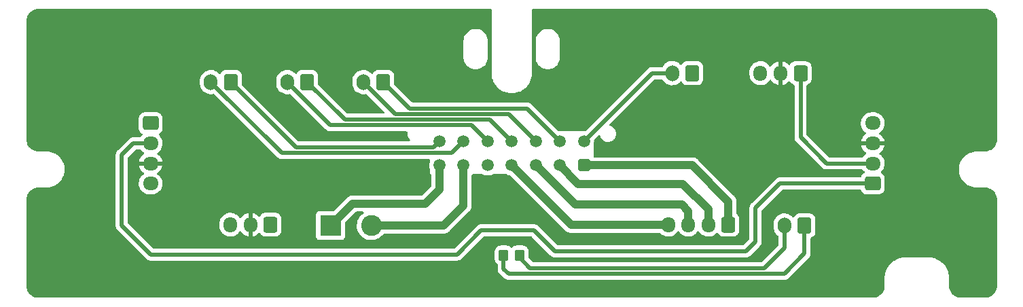
<source format=gbr>
%TF.GenerationSoftware,KiCad,Pcbnew,(6.0.0)*%
%TF.CreationDate,2022-05-14T21:45:35-04:00*%
%TF.ProjectId,V0-UmbilicalBoard,56302d55-6d62-4696-9c69-63616c426f61,rev?*%
%TF.SameCoordinates,Original*%
%TF.FileFunction,Copper,L1,Top*%
%TF.FilePolarity,Positive*%
%FSLAX46Y46*%
G04 Gerber Fmt 4.6, Leading zero omitted, Abs format (unit mm)*
G04 Created by KiCad (PCBNEW (6.0.0)) date 2022-05-14 21:45:35*
%MOMM*%
%LPD*%
G01*
G04 APERTURE LIST*
G04 Aperture macros list*
%AMRoundRect*
0 Rectangle with rounded corners*
0 $1 Rounding radius*
0 $2 $3 $4 $5 $6 $7 $8 $9 X,Y pos of 4 corners*
0 Add a 4 corners polygon primitive as box body*
4,1,4,$2,$3,$4,$5,$6,$7,$8,$9,$2,$3,0*
0 Add four circle primitives for the rounded corners*
1,1,$1+$1,$2,$3*
1,1,$1+$1,$4,$5*
1,1,$1+$1,$6,$7*
1,1,$1+$1,$8,$9*
0 Add four rect primitives between the rounded corners*
20,1,$1+$1,$2,$3,$4,$5,0*
20,1,$1+$1,$4,$5,$6,$7,0*
20,1,$1+$1,$6,$7,$8,$9,0*
20,1,$1+$1,$8,$9,$2,$3,0*%
G04 Aperture macros list end*
%TA.AperFunction,ComponentPad*%
%ADD10RoundRect,0.250000X0.500000X0.500000X-0.500000X0.500000X-0.500000X-0.500000X0.500000X-0.500000X0*%
%TD*%
%TA.AperFunction,ComponentPad*%
%ADD11C,1.500000*%
%TD*%
%TA.AperFunction,SMDPad,CuDef*%
%ADD12RoundRect,0.249999X-0.350001X-0.450001X0.350001X-0.450001X0.350001X0.450001X-0.350001X0.450001X0*%
%TD*%
%TA.AperFunction,ComponentPad*%
%ADD13RoundRect,0.250000X0.600000X0.750000X-0.600000X0.750000X-0.600000X-0.750000X0.600000X-0.750000X0*%
%TD*%
%TA.AperFunction,ComponentPad*%
%ADD14O,1.700000X2.000000*%
%TD*%
%TA.AperFunction,ComponentPad*%
%ADD15RoundRect,0.250000X0.600000X0.725000X-0.600000X0.725000X-0.600000X-0.725000X0.600000X-0.725000X0*%
%TD*%
%TA.AperFunction,ComponentPad*%
%ADD16O,1.700000X1.950000*%
%TD*%
%TA.AperFunction,ComponentPad*%
%ADD17R,2.600000X2.600000*%
%TD*%
%TA.AperFunction,ComponentPad*%
%ADD18C,2.600000*%
%TD*%
%TA.AperFunction,ComponentPad*%
%ADD19RoundRect,0.250000X0.725000X-0.600000X0.725000X0.600000X-0.725000X0.600000X-0.725000X-0.600000X0*%
%TD*%
%TA.AperFunction,ComponentPad*%
%ADD20O,1.950000X1.700000*%
%TD*%
%TA.AperFunction,ComponentPad*%
%ADD21RoundRect,0.250000X-0.725000X0.600000X-0.725000X-0.600000X0.725000X-0.600000X0.725000X0.600000X0*%
%TD*%
%TA.AperFunction,Conductor*%
%ADD22C,0.500000*%
%TD*%
%TA.AperFunction,Conductor*%
%ADD23C,1.000000*%
%TD*%
G04 APERTURE END LIST*
D10*
%TO.P,J1,1,Pin_1*%
%TO.N,/A1*%
X109000000Y-101500000D03*
D11*
%TO.P,J1,2,Pin_2*%
%TO.N,/A2*%
X106000000Y-101500000D03*
%TO.P,J1,3,Pin_3*%
%TO.N,/B1*%
X103000000Y-101500000D03*
%TO.P,J1,4,Pin_4*%
%TO.N,/B2*%
X100000000Y-101500000D03*
%TO.P,J1,5,Pin_5*%
%TO.N,Net-(J7-Pad1)*%
X97000000Y-101500000D03*
%TO.P,J1,6,Pin_6*%
%TO.N,Net-(J1-Pad6)*%
X94000000Y-101500000D03*
%TO.P,J1,7,Pin_7*%
%TO.N,Net-(J1-Pad7)*%
X91000000Y-101500000D03*
%TO.P,J1,8,Pin_8*%
%TO.N,Net-(J1-Pad8)*%
X109000000Y-98500000D03*
%TO.P,J1,9,Pin_9*%
%TO.N,/PartFan+*%
X106000000Y-98500000D03*
%TO.P,J1,10,Pin_10*%
%TO.N,/PartFan-*%
X103000000Y-98500000D03*
%TO.P,J1,11,Pin_11*%
%TO.N,/Hotend_Fan-*%
X100000000Y-98500000D03*
%TO.P,J1,12,Pin_12*%
%TO.N,/Hotend_Fan+*%
X97000000Y-98500000D03*
%TO.P,J1,13,Pin_13*%
%TO.N,Net-(J1-Pad13)*%
X94000000Y-98500000D03*
%TO.P,J1,14,Pin_14*%
%TO.N,Net-(J1-Pad14)*%
X91000000Y-98500000D03*
%TD*%
D12*
%TO.P,TH1,1*%
%TO.N,Net-(J8-Pad1)*%
X99000000Y-112700000D03*
%TO.P,TH1,2*%
%TO.N,Net-(J8-Pad2)*%
X101000000Y-112700000D03*
%TD*%
D13*
%TO.P,J3,1,Pin_1*%
%TO.N,/Hotend_Fan-*%
X74500000Y-91110000D03*
D14*
%TO.P,J3,2,Pin_2*%
%TO.N,/Hotend_Fan+*%
X72000000Y-91110000D03*
%TD*%
D13*
%TO.P,J4,1,Pin_1*%
%TO.N,/PartFan+*%
X84000000Y-91110000D03*
D14*
%TO.P,J4,2,Pin_2*%
%TO.N,/PartFan-*%
X81500000Y-91110000D03*
%TD*%
D13*
%TO.P,J6,1,Pin_1*%
%TO.N,Net-(J1-Pad14)*%
X65000000Y-91110000D03*
D14*
%TO.P,J6,2,Pin_2*%
%TO.N,Net-(J1-Pad13)*%
X62500000Y-91110000D03*
%TD*%
D13*
%TO.P,J7,1,Pin_1*%
%TO.N,Net-(J7-Pad1)*%
X122500000Y-90000000D03*
D14*
%TO.P,J7,2,Pin_2*%
%TO.N,Net-(J1-Pad8)*%
X120000000Y-90000000D03*
%TD*%
D13*
%TO.P,J8,1,Pin_1*%
%TO.N,Net-(J8-Pad1)*%
X136500000Y-109000000D03*
D14*
%TO.P,J8,2,Pin_2*%
%TO.N,Net-(J8-Pad2)*%
X134000000Y-109000000D03*
%TD*%
D15*
%TO.P,J2,1,Pin_1*%
%TO.N,/A1*%
X127000000Y-108890000D03*
D16*
%TO.P,J2,2,Pin_2*%
%TO.N,/A2*%
X124500000Y-108890000D03*
%TO.P,J2,3,Pin_3*%
%TO.N,/B1*%
X122000000Y-108890000D03*
%TO.P,J2,4,Pin_4*%
%TO.N,/B2*%
X119500000Y-108890000D03*
%TD*%
D17*
%TO.P,J5,1,Pin_1*%
%TO.N,Net-(J1-Pad7)*%
X77420000Y-109000000D03*
D18*
%TO.P,J5,2,Pin_2*%
%TO.N,Net-(J1-Pad6)*%
X82500000Y-109000000D03*
%TD*%
D15*
%TO.P,J9,1,Pin_1*%
%TO.N,Data*%
X136000000Y-90000000D03*
D16*
%TO.P,J9,2,Pin_2*%
%TO.N,5V*%
X133500000Y-90000000D03*
%TO.P,J9,3,Pin_3*%
%TO.N,Neo_Ground*%
X131000000Y-90000000D03*
%TD*%
D19*
%TO.P,J10,1,Pin_1*%
%TO.N,DataIn2*%
X145000000Y-103750000D03*
D20*
%TO.P,J10,2,Pin_2*%
%TO.N,Data*%
X145000000Y-101250000D03*
%TO.P,J10,3,Pin_3*%
%TO.N,5V*%
X145000000Y-98750000D03*
%TO.P,J10,4,Pin_4*%
%TO.N,Neo_Ground*%
X145000000Y-96250000D03*
%TD*%
D21*
%TO.P,J11,1,Pin_1*%
%TO.N,DataOut2*%
X55000000Y-96250000D03*
D20*
%TO.P,J11,2,Pin_2*%
%TO.N,DataIn2*%
X55000000Y-98750000D03*
%TO.P,J11,3,Pin_3*%
%TO.N,5V*%
X55000000Y-101250000D03*
%TO.P,J11,4,Pin_4*%
%TO.N,Neo_Ground*%
X55000000Y-103750000D03*
%TD*%
D15*
%TO.P,J12,1,Pin_1*%
%TO.N,DataOut2*%
X69928000Y-108890000D03*
D16*
%TO.P,J12,2,Pin_2*%
%TO.N,5V*%
X67428000Y-108890000D03*
%TO.P,J12,3,Pin_3*%
%TO.N,Neo_Ground*%
X64928000Y-108890000D03*
%TD*%
D22*
%TO.N,Net-(J1-Pad14)*%
X91000000Y-98500000D02*
X90250001Y-99249999D01*
X90250001Y-99249999D02*
X73139999Y-99249999D01*
X73139999Y-99249999D02*
X65000000Y-91110000D01*
%TO.N,Net-(J1-Pad13)*%
X92549991Y-99950009D02*
X71340009Y-99950009D01*
X94000000Y-98500000D02*
X92549991Y-99950009D01*
X71340009Y-99950009D02*
X62500000Y-91110000D01*
%TO.N,Net-(J1-Pad8)*%
X109000000Y-98500000D02*
X117500000Y-90000000D01*
X117500000Y-90000000D02*
X120000000Y-90000000D01*
D23*
%TO.N,Net-(J1-Pad7)*%
X91000000Y-101500000D02*
X91000000Y-104500000D01*
X89250000Y-106250000D02*
X80170000Y-106250000D01*
X80170000Y-106250000D02*
X77420000Y-109000000D01*
X91000000Y-104500000D02*
X89250000Y-106250000D01*
%TO.N,Net-(J1-Pad6)*%
X91500000Y-109000000D02*
X82500000Y-109000000D01*
X91500000Y-109000000D02*
X94000000Y-106500000D01*
X94000000Y-106500000D02*
X94000000Y-101500000D01*
D22*
%TO.N,Net-(J8-Pad2)*%
X134000000Y-109000000D02*
X134000000Y-111800000D01*
X134000000Y-111800000D02*
X131500010Y-114299990D01*
X102299990Y-114299990D02*
X131500010Y-114299990D01*
X101000000Y-112700000D02*
X101000000Y-113000000D01*
X101000000Y-113000000D02*
X102299990Y-114299990D01*
%TO.N,Net-(J8-Pad1)*%
X99000000Y-114400000D02*
X99000000Y-112700000D01*
X99600000Y-115000000D02*
X99000000Y-114400000D01*
X136500000Y-112500000D02*
X134000000Y-115000000D01*
X136500000Y-109000000D02*
X136500000Y-112500000D01*
X134000000Y-115000000D02*
X99600000Y-115000000D01*
%TO.N,/Hotend_Fan+*%
X77390000Y-96500000D02*
X72000000Y-91110000D01*
X97000000Y-98500000D02*
X95000000Y-96500000D01*
X95000000Y-96500000D02*
X77390000Y-96500000D01*
%TO.N,/Hotend_Fan-*%
X79189990Y-95799990D02*
X74500000Y-91110000D01*
X97299990Y-95799990D02*
X79189990Y-95799990D01*
X97299990Y-95799990D02*
X100000000Y-98500000D01*
%TO.N,/PartFan-*%
X99599980Y-95099980D02*
X103000000Y-98500000D01*
X85489980Y-95099980D02*
X81500000Y-91110000D01*
X99599980Y-95099980D02*
X85489980Y-95099980D01*
%TO.N,/PartFan+*%
X101899972Y-94399972D02*
X87289972Y-94399972D01*
X87289972Y-94399972D02*
X84000000Y-91110000D01*
X101899972Y-94399972D02*
X106000000Y-98500000D01*
D23*
%TO.N,/B2*%
X100000000Y-101500000D02*
X107390000Y-108890000D01*
X107390000Y-108890000D02*
X119500000Y-108890000D01*
%TO.N,/B1*%
X122000000Y-107200000D02*
X122000000Y-108890000D01*
X103000000Y-101500000D02*
X107900000Y-106400000D01*
X121200000Y-106400000D02*
X122000000Y-107200000D01*
X107900000Y-106400000D02*
X121200000Y-106400000D01*
%TO.N,/A2*%
X121310000Y-103810000D02*
X124500000Y-107000000D01*
X124500000Y-107000000D02*
X124500000Y-108890000D01*
X108310000Y-103810000D02*
X121310000Y-103810000D01*
X106000000Y-101500000D02*
X108310000Y-103810000D01*
%TO.N,/A1*%
X122500000Y-101500000D02*
X127000000Y-106000000D01*
X109000000Y-101500000D02*
X122500000Y-101500000D01*
X127000000Y-106000000D02*
X127000000Y-108890000D01*
D22*
%TO.N,Data*%
X145000000Y-101250000D02*
X139250000Y-101250000D01*
X136000000Y-98000000D02*
X136000000Y-90000000D01*
X139250000Y-101250000D02*
X136000000Y-98000000D01*
%TO.N,DataIn2*%
X145000000Y-103750000D02*
X133450000Y-103750000D01*
X102800000Y-109600000D02*
X96200000Y-109600000D01*
X96200000Y-109600000D02*
X93200000Y-112600000D01*
X93200000Y-112600000D02*
X55000000Y-112600000D01*
X133450000Y-103750000D02*
X130400000Y-106800000D01*
X51400000Y-100200000D02*
X52850000Y-98750000D01*
X130400000Y-111000000D02*
X129200000Y-112200000D01*
X105400000Y-112200000D02*
X102800000Y-109600000D01*
X55000000Y-112600000D02*
X51400000Y-109000000D01*
X51400000Y-109000000D02*
X51400000Y-100200000D01*
X129200000Y-112200000D02*
X105400000Y-112200000D01*
X52850000Y-98750000D02*
X55000000Y-98750000D01*
X130400000Y-106800000D02*
X130400000Y-111000000D01*
%TD*%
%TA.AperFunction,Conductor*%
%TO.N,5V*%
G36*
X97434121Y-82028002D02*
G01*
X97480614Y-82081658D01*
X97492000Y-82134000D01*
X97492000Y-89950672D01*
X97490500Y-89970056D01*
X97486814Y-89993730D01*
X97487634Y-90000000D01*
X97487416Y-90000000D01*
X97488239Y-90013608D01*
X97502739Y-90253308D01*
X97505736Y-90302859D01*
X97560427Y-90601301D01*
X97650693Y-90890975D01*
X97652255Y-90894445D01*
X97652257Y-90894451D01*
X97701705Y-91004319D01*
X97775217Y-91167656D01*
X97777186Y-91170913D01*
X97777188Y-91170917D01*
X97846863Y-91286172D01*
X97932184Y-91427310D01*
X97934525Y-91430298D01*
X97934527Y-91430301D01*
X97985486Y-91495345D01*
X98119304Y-91666151D01*
X98333849Y-91880696D01*
X98572690Y-92067816D01*
X98575944Y-92069783D01*
X98829083Y-92222812D01*
X98829087Y-92222814D01*
X98832344Y-92224783D01*
X98948983Y-92277278D01*
X99105549Y-92347743D01*
X99105555Y-92347745D01*
X99109025Y-92349307D01*
X99398699Y-92439573D01*
X99697141Y-92494264D01*
X99700935Y-92494493D01*
X99700939Y-92494494D01*
X99996198Y-92512354D01*
X100000000Y-92512584D01*
X100003802Y-92512354D01*
X100299061Y-92494494D01*
X100299065Y-92494493D01*
X100302859Y-92494264D01*
X100601301Y-92439573D01*
X100890975Y-92349307D01*
X100894445Y-92347745D01*
X100894451Y-92347743D01*
X101051017Y-92277278D01*
X101167656Y-92224783D01*
X101170913Y-92222814D01*
X101170917Y-92222812D01*
X101424056Y-92069783D01*
X101427310Y-92067816D01*
X101666151Y-91880696D01*
X101880696Y-91666151D01*
X102014514Y-91495345D01*
X102065473Y-91430301D01*
X102065475Y-91430298D01*
X102067816Y-91427310D01*
X102153137Y-91286172D01*
X102222812Y-91170917D01*
X102222814Y-91170913D01*
X102224783Y-91167656D01*
X102298295Y-91004319D01*
X102347743Y-90894451D01*
X102347745Y-90894445D01*
X102349307Y-90890975D01*
X102439573Y-90601301D01*
X102494264Y-90302859D01*
X102510722Y-90030780D01*
X102512237Y-90017497D01*
X102513071Y-90012539D01*
X102513224Y-90000000D01*
X102509273Y-89972412D01*
X102508000Y-89954549D01*
X102508000Y-87993730D01*
X102986814Y-87993730D01*
X102987634Y-88000000D01*
X102987337Y-88000000D01*
X102987920Y-88007409D01*
X102987920Y-88007413D01*
X102997359Y-88127339D01*
X103005960Y-88236633D01*
X103007114Y-88241440D01*
X103007115Y-88241446D01*
X103032672Y-88347897D01*
X103061372Y-88467439D01*
X103063265Y-88472010D01*
X103063266Y-88472012D01*
X103147977Y-88676522D01*
X103152207Y-88686735D01*
X103276230Y-88889121D01*
X103430386Y-89069614D01*
X103434142Y-89072822D01*
X103578774Y-89196350D01*
X103610879Y-89223770D01*
X103813265Y-89347793D01*
X103817835Y-89349686D01*
X103817837Y-89349687D01*
X103992726Y-89422128D01*
X104032561Y-89438628D01*
X104113660Y-89458098D01*
X104258554Y-89492885D01*
X104258560Y-89492886D01*
X104263367Y-89494040D01*
X104500000Y-89512663D01*
X104736633Y-89494040D01*
X104741440Y-89492886D01*
X104741446Y-89492885D01*
X104886340Y-89458098D01*
X104967439Y-89438628D01*
X105007274Y-89422128D01*
X105182163Y-89349687D01*
X105182165Y-89349686D01*
X105186735Y-89347793D01*
X105389121Y-89223770D01*
X105421226Y-89196350D01*
X105565858Y-89072822D01*
X105569614Y-89069614D01*
X105723770Y-88889121D01*
X105847793Y-88686735D01*
X105852024Y-88676522D01*
X105936734Y-88472012D01*
X105936735Y-88472010D01*
X105938628Y-88467439D01*
X105967328Y-88347897D01*
X105992885Y-88241446D01*
X105992886Y-88241440D01*
X105994040Y-88236633D01*
X106010014Y-88033657D01*
X106011372Y-88022637D01*
X106012265Y-88017330D01*
X106012265Y-88017329D01*
X106013071Y-88012539D01*
X106013224Y-88000000D01*
X106009273Y-87972412D01*
X106008000Y-87954549D01*
X106008000Y-86053207D01*
X106009746Y-86032303D01*
X106010279Y-86029137D01*
X106013071Y-86012539D01*
X106013224Y-86000000D01*
X106012534Y-85995184D01*
X106012529Y-85995100D01*
X106011665Y-85987314D01*
X106010667Y-85974634D01*
X105994040Y-85763367D01*
X105992886Y-85758560D01*
X105992885Y-85758554D01*
X105958098Y-85613660D01*
X105938628Y-85532561D01*
X105936734Y-85527988D01*
X105849687Y-85317837D01*
X105849686Y-85317835D01*
X105847793Y-85313265D01*
X105723770Y-85110879D01*
X105569614Y-84930386D01*
X105389121Y-84776230D01*
X105186735Y-84652207D01*
X105182165Y-84650314D01*
X105182163Y-84650313D01*
X104972012Y-84563266D01*
X104972010Y-84563265D01*
X104967439Y-84561372D01*
X104886340Y-84541902D01*
X104741446Y-84507115D01*
X104741440Y-84507114D01*
X104736633Y-84505960D01*
X104500000Y-84487337D01*
X104263367Y-84505960D01*
X104258560Y-84507114D01*
X104258554Y-84507115D01*
X104113660Y-84541902D01*
X104032561Y-84561372D01*
X104027990Y-84563265D01*
X104027988Y-84563266D01*
X103817837Y-84650313D01*
X103817835Y-84650314D01*
X103813265Y-84652207D01*
X103610879Y-84776230D01*
X103430386Y-84930386D01*
X103276230Y-85110879D01*
X103152207Y-85313265D01*
X103150314Y-85317835D01*
X103150313Y-85317837D01*
X103063266Y-85527988D01*
X103061372Y-85532561D01*
X103041902Y-85613660D01*
X103007115Y-85758554D01*
X103007114Y-85758560D01*
X103005960Y-85763367D01*
X102997359Y-85872661D01*
X102989244Y-85975771D01*
X102988291Y-85983910D01*
X102988328Y-85984003D01*
X102986814Y-85993730D01*
X102987449Y-85998583D01*
X102987337Y-86000000D01*
X102987634Y-86000000D01*
X102988882Y-86009544D01*
X102990936Y-86025250D01*
X102992000Y-86041588D01*
X102992000Y-87950672D01*
X102990500Y-87970056D01*
X102986814Y-87993730D01*
X102508000Y-87993730D01*
X102508000Y-82134000D01*
X102528002Y-82065879D01*
X102581658Y-82019386D01*
X102634000Y-82008000D01*
X158950672Y-82008000D01*
X158970056Y-82009500D01*
X158972284Y-82009847D01*
X158984859Y-82011805D01*
X158984861Y-82011805D01*
X158993730Y-82013186D01*
X159002632Y-82012022D01*
X159002634Y-82012022D01*
X159008959Y-82011195D01*
X159034282Y-82010452D01*
X159198126Y-82022170D01*
X159203343Y-82022543D01*
X159221137Y-82025101D01*
X159411540Y-82066521D01*
X159428788Y-82071586D01*
X159611358Y-82139682D01*
X159627710Y-82147149D01*
X159693020Y-82182810D01*
X159798734Y-82240534D01*
X159813848Y-82250248D01*
X159923516Y-82332344D01*
X159969842Y-82367023D01*
X159983428Y-82378796D01*
X160121204Y-82516572D01*
X160132977Y-82530158D01*
X160249752Y-82686152D01*
X160259469Y-82701271D01*
X160352851Y-82872290D01*
X160360318Y-82888642D01*
X160428414Y-83071212D01*
X160433480Y-83088462D01*
X160474899Y-83278863D01*
X160477457Y-83296658D01*
X160489041Y-83458629D01*
X160488297Y-83476533D01*
X160488195Y-83484858D01*
X160486814Y-83493730D01*
X160487978Y-83502632D01*
X160487978Y-83502635D01*
X160490936Y-83525251D01*
X160492000Y-83541589D01*
X160492000Y-98200672D01*
X160490500Y-98220056D01*
X160486814Y-98243730D01*
X160487978Y-98252632D01*
X160487978Y-98252634D01*
X160488805Y-98258959D01*
X160489548Y-98284282D01*
X160489041Y-98291372D01*
X160477457Y-98453343D01*
X160474899Y-98471137D01*
X160433480Y-98661538D01*
X160428414Y-98678788D01*
X160360318Y-98861358D01*
X160352851Y-98877710D01*
X160349412Y-98884008D01*
X160283893Y-99004000D01*
X160259469Y-99048729D01*
X160249753Y-99063847D01*
X160154187Y-99191509D01*
X160132977Y-99219842D01*
X160121204Y-99233428D01*
X159983428Y-99371204D01*
X159969841Y-99382977D01*
X159813848Y-99499752D01*
X159798734Y-99509466D01*
X159711586Y-99557052D01*
X159627710Y-99602851D01*
X159611358Y-99610318D01*
X159428788Y-99678414D01*
X159411540Y-99683479D01*
X159345429Y-99697861D01*
X159221137Y-99724899D01*
X159203342Y-99727457D01*
X159156152Y-99730832D01*
X159041369Y-99739041D01*
X159023467Y-99738297D01*
X159015142Y-99738195D01*
X159006270Y-99736814D01*
X158997368Y-99737978D01*
X158997365Y-99737978D01*
X158974749Y-99740936D01*
X158958411Y-99742000D01*
X158053207Y-99742000D01*
X158032303Y-99740254D01*
X158025794Y-99739159D01*
X158012539Y-99736929D01*
X158006441Y-99736855D01*
X158004868Y-99736835D01*
X158004863Y-99736835D01*
X158000000Y-99736776D01*
X157995177Y-99737466D01*
X157994862Y-99737487D01*
X157985543Y-99738445D01*
X157936976Y-99741501D01*
X157716438Y-99755376D01*
X157437348Y-99808615D01*
X157167131Y-99896414D01*
X156910050Y-100017388D01*
X156670157Y-100169628D01*
X156451237Y-100350735D01*
X156256742Y-100557851D01*
X156254415Y-100561054D01*
X156254414Y-100561055D01*
X156232345Y-100591430D01*
X156089738Y-100787711D01*
X156087831Y-100791180D01*
X156087829Y-100791183D01*
X155975230Y-100996000D01*
X155952861Y-101036690D01*
X155951407Y-101040363D01*
X155854111Y-101286106D01*
X155848269Y-101300860D01*
X155847285Y-101304694D01*
X155847282Y-101304702D01*
X155844837Y-101314226D01*
X155777610Y-101576057D01*
X155742000Y-101857939D01*
X155742000Y-102142061D01*
X155751299Y-102215671D01*
X155775615Y-102408148D01*
X155777610Y-102423943D01*
X155787895Y-102463999D01*
X155847282Y-102695298D01*
X155847285Y-102695306D01*
X155848269Y-102699140D01*
X155849726Y-102702820D01*
X155849727Y-102702823D01*
X155888774Y-102801445D01*
X155952861Y-102963310D01*
X155954763Y-102966769D01*
X155954764Y-102966772D01*
X156058121Y-103154777D01*
X156089738Y-103212289D01*
X156256742Y-103442149D01*
X156451237Y-103649265D01*
X156670157Y-103830372D01*
X156910050Y-103982612D01*
X157167131Y-104103586D01*
X157437348Y-104191385D01*
X157716438Y-104244624D01*
X157844003Y-104252649D01*
X157967671Y-104260430D01*
X157980660Y-104261927D01*
X157982652Y-104262262D01*
X157982654Y-104262262D01*
X157987461Y-104263071D01*
X157993959Y-104263150D01*
X157995141Y-104263165D01*
X157995145Y-104263165D01*
X158000000Y-104263224D01*
X158027588Y-104259273D01*
X158045451Y-104258000D01*
X158950672Y-104258000D01*
X158970056Y-104259500D01*
X158971637Y-104259746D01*
X158984859Y-104261805D01*
X158984861Y-104261805D01*
X158993730Y-104263186D01*
X159002632Y-104262022D01*
X159002634Y-104262022D01*
X159008959Y-104261195D01*
X159034282Y-104260452D01*
X159198126Y-104272170D01*
X159203343Y-104272543D01*
X159221137Y-104275101D01*
X159411540Y-104316521D01*
X159428788Y-104321586D01*
X159611358Y-104389682D01*
X159627710Y-104397149D01*
X159633664Y-104400400D01*
X159798734Y-104490534D01*
X159813848Y-104500248D01*
X159923268Y-104582158D01*
X159969842Y-104617023D01*
X159983428Y-104628796D01*
X160121204Y-104766572D01*
X160132977Y-104780158D01*
X160249752Y-104936152D01*
X160259466Y-104951266D01*
X160282780Y-104993963D01*
X160352851Y-105122290D01*
X160360318Y-105138642D01*
X160428414Y-105321212D01*
X160433479Y-105338460D01*
X160457365Y-105448262D01*
X160474899Y-105528863D01*
X160477457Y-105546657D01*
X160482284Y-105614144D01*
X160489041Y-105708629D01*
X160488297Y-105726533D01*
X160488195Y-105734858D01*
X160486814Y-105743730D01*
X160487978Y-105752632D01*
X160487978Y-105752635D01*
X160490936Y-105775251D01*
X160492000Y-105791589D01*
X160492000Y-116450672D01*
X160490500Y-116470056D01*
X160486814Y-116493730D01*
X160487978Y-116502632D01*
X160487978Y-116502634D01*
X160488805Y-116508959D01*
X160489548Y-116534287D01*
X160477457Y-116703343D01*
X160474899Y-116721137D01*
X160433480Y-116911538D01*
X160428414Y-116928788D01*
X160360318Y-117111358D01*
X160352851Y-117127710D01*
X160259469Y-117298729D01*
X160249752Y-117313848D01*
X160192016Y-117390975D01*
X160132977Y-117469842D01*
X160121204Y-117483428D01*
X159983428Y-117621204D01*
X159969841Y-117632977D01*
X159813848Y-117749752D01*
X159798734Y-117759466D01*
X159693020Y-117817190D01*
X159627710Y-117852851D01*
X159611358Y-117860318D01*
X159428788Y-117928414D01*
X159411540Y-117933479D01*
X159248022Y-117969051D01*
X159221137Y-117974899D01*
X159203342Y-117977457D01*
X159154443Y-117980954D01*
X159041369Y-117989041D01*
X159023467Y-117988297D01*
X159015142Y-117988195D01*
X159006270Y-117986814D01*
X158997368Y-117987978D01*
X158997365Y-117987978D01*
X158974749Y-117990936D01*
X158958411Y-117992000D01*
X156049328Y-117992000D01*
X156029943Y-117990500D01*
X156029661Y-117990456D01*
X156027117Y-117990060D01*
X156015141Y-117988195D01*
X156015139Y-117988195D01*
X156006270Y-117986814D01*
X155997368Y-117987978D01*
X155997366Y-117987978D01*
X155991041Y-117988805D01*
X155965718Y-117989548D01*
X155796657Y-117977457D01*
X155778863Y-117974899D01*
X155751978Y-117969051D01*
X155588460Y-117933479D01*
X155571212Y-117928414D01*
X155388642Y-117860318D01*
X155372290Y-117852851D01*
X155306980Y-117817190D01*
X155201266Y-117759466D01*
X155186152Y-117749752D01*
X155030159Y-117632977D01*
X155016572Y-117621204D01*
X154878796Y-117483428D01*
X154867023Y-117469842D01*
X154807984Y-117390975D01*
X154750248Y-117313848D01*
X154740531Y-117298729D01*
X154647149Y-117127710D01*
X154639682Y-117111358D01*
X154571586Y-116928788D01*
X154566520Y-116911538D01*
X154525101Y-116721137D01*
X154522543Y-116703342D01*
X154510959Y-116541371D01*
X154511703Y-116523467D01*
X154511805Y-116515142D01*
X154513186Y-116506270D01*
X154511547Y-116493730D01*
X154509064Y-116474749D01*
X154508000Y-116458411D01*
X154508000Y-115553207D01*
X154509746Y-115532303D01*
X154512264Y-115517335D01*
X154513071Y-115512539D01*
X154513224Y-115500000D01*
X154512534Y-115495185D01*
X154512373Y-115492710D01*
X154511805Y-115487115D01*
X154494495Y-115200938D01*
X154494494Y-115200932D01*
X154494265Y-115197142D01*
X154439573Y-114898699D01*
X154383234Y-114717899D01*
X154350440Y-114612661D01*
X154349307Y-114609025D01*
X154310567Y-114522947D01*
X154275167Y-114444293D01*
X154224783Y-114332344D01*
X154171891Y-114244849D01*
X154069783Y-114075943D01*
X154067816Y-114072689D01*
X154037215Y-114033629D01*
X153968095Y-113945405D01*
X153880696Y-113833848D01*
X153666152Y-113619304D01*
X153427311Y-113432184D01*
X153311376Y-113362099D01*
X153170917Y-113277188D01*
X153170913Y-113277186D01*
X153167656Y-113275217D01*
X153006297Y-113202595D01*
X152894451Y-113152257D01*
X152894445Y-113152255D01*
X152890975Y-113150693D01*
X152692697Y-113088907D01*
X152604934Y-113061559D01*
X152604933Y-113061559D01*
X152601301Y-113060427D01*
X152302858Y-113005735D01*
X152299067Y-113005506D01*
X152299061Y-113005505D01*
X152121005Y-112994736D01*
X152030787Y-112989279D01*
X152017483Y-112987761D01*
X152017340Y-112987737D01*
X152017341Y-112987737D01*
X152012539Y-112986929D01*
X152006062Y-112986850D01*
X152004859Y-112986835D01*
X152004855Y-112986835D01*
X152000000Y-112986776D01*
X151975715Y-112990254D01*
X151972412Y-112990727D01*
X151954549Y-112992000D01*
X149053207Y-112992000D01*
X149032303Y-112990254D01*
X149024100Y-112988874D01*
X149012539Y-112986929D01*
X149006211Y-112986852D01*
X149004859Y-112986835D01*
X149004855Y-112986835D01*
X149000000Y-112986776D01*
X148995185Y-112987466D01*
X148992710Y-112987627D01*
X148987115Y-112988195D01*
X148700938Y-113005505D01*
X148700932Y-113005506D01*
X148697142Y-113005735D01*
X148398699Y-113060427D01*
X148395067Y-113061559D01*
X148395066Y-113061559D01*
X148307303Y-113088907D01*
X148109025Y-113150693D01*
X148105555Y-113152255D01*
X148105549Y-113152257D01*
X147993703Y-113202595D01*
X147832344Y-113275217D01*
X147829087Y-113277186D01*
X147829083Y-113277188D01*
X147688624Y-113362099D01*
X147572689Y-113432184D01*
X147333848Y-113619304D01*
X147119304Y-113833848D01*
X147031905Y-113945405D01*
X146962786Y-114033629D01*
X146932184Y-114072689D01*
X146930217Y-114075943D01*
X146828110Y-114244849D01*
X146775217Y-114332344D01*
X146724833Y-114444293D01*
X146689434Y-114522947D01*
X146650693Y-114609025D01*
X146649560Y-114612661D01*
X146616767Y-114717899D01*
X146560427Y-114898699D01*
X146505735Y-115197142D01*
X146505506Y-115200933D01*
X146505505Y-115200939D01*
X146489279Y-115469210D01*
X146487761Y-115482517D01*
X146486929Y-115487461D01*
X146486776Y-115500000D01*
X146490437Y-115525560D01*
X146490727Y-115527588D01*
X146492000Y-115545451D01*
X146492000Y-116450672D01*
X146490500Y-116470056D01*
X146486814Y-116493730D01*
X146487978Y-116502632D01*
X146487978Y-116502634D01*
X146488805Y-116508959D01*
X146489548Y-116534287D01*
X146477457Y-116703343D01*
X146474899Y-116721137D01*
X146433480Y-116911538D01*
X146428414Y-116928788D01*
X146360318Y-117111358D01*
X146352851Y-117127710D01*
X146259469Y-117298729D01*
X146249752Y-117313848D01*
X146192016Y-117390975D01*
X146132977Y-117469842D01*
X146121204Y-117483428D01*
X145983428Y-117621204D01*
X145969841Y-117632977D01*
X145813848Y-117749752D01*
X145798734Y-117759466D01*
X145693020Y-117817190D01*
X145627710Y-117852851D01*
X145611358Y-117860318D01*
X145428788Y-117928414D01*
X145411540Y-117933479D01*
X145248022Y-117969051D01*
X145221137Y-117974899D01*
X145203342Y-117977457D01*
X145154443Y-117980954D01*
X145041369Y-117989041D01*
X145023467Y-117988297D01*
X145015142Y-117988195D01*
X145006270Y-117986814D01*
X144997368Y-117987978D01*
X144997365Y-117987978D01*
X144974749Y-117990936D01*
X144958411Y-117992000D01*
X41049328Y-117992000D01*
X41029943Y-117990500D01*
X41029661Y-117990456D01*
X41027117Y-117990060D01*
X41015141Y-117988195D01*
X41015139Y-117988195D01*
X41006270Y-117986814D01*
X40997368Y-117987978D01*
X40997366Y-117987978D01*
X40991041Y-117988805D01*
X40965718Y-117989548D01*
X40796657Y-117977457D01*
X40778863Y-117974899D01*
X40751978Y-117969051D01*
X40588460Y-117933479D01*
X40571212Y-117928414D01*
X40388642Y-117860318D01*
X40372290Y-117852851D01*
X40306980Y-117817190D01*
X40201266Y-117759466D01*
X40186152Y-117749752D01*
X40030159Y-117632977D01*
X40016572Y-117621204D01*
X39878796Y-117483428D01*
X39867023Y-117469842D01*
X39807984Y-117390975D01*
X39750248Y-117313848D01*
X39740531Y-117298729D01*
X39647149Y-117127710D01*
X39639682Y-117111358D01*
X39571586Y-116928788D01*
X39566520Y-116911538D01*
X39525101Y-116721137D01*
X39522543Y-116703342D01*
X39510959Y-116541371D01*
X39511703Y-116523467D01*
X39511805Y-116515142D01*
X39513186Y-116506270D01*
X39511547Y-116493730D01*
X39509064Y-116474749D01*
X39508000Y-116458411D01*
X39508000Y-108973349D01*
X50636801Y-108973349D01*
X50637394Y-108980641D01*
X50637394Y-108980644D01*
X50641085Y-109026018D01*
X50641500Y-109036233D01*
X50641500Y-109044293D01*
X50641925Y-109047937D01*
X50644789Y-109072507D01*
X50645222Y-109076882D01*
X50648661Y-109119156D01*
X50651140Y-109149637D01*
X50653396Y-109156601D01*
X50654587Y-109162560D01*
X50655971Y-109168415D01*
X50656818Y-109175681D01*
X50681735Y-109244327D01*
X50683152Y-109248455D01*
X50705649Y-109317899D01*
X50709445Y-109324154D01*
X50711951Y-109329628D01*
X50714670Y-109335058D01*
X50717167Y-109341937D01*
X50721180Y-109348057D01*
X50721180Y-109348058D01*
X50757186Y-109402976D01*
X50759523Y-109406680D01*
X50797405Y-109469107D01*
X50801121Y-109473315D01*
X50801122Y-109473316D01*
X50804803Y-109477484D01*
X50804776Y-109477508D01*
X50807429Y-109480500D01*
X50810132Y-109483733D01*
X50814144Y-109489852D01*
X50819456Y-109494884D01*
X50870383Y-109543128D01*
X50872825Y-109545506D01*
X54416227Y-113088907D01*
X54428613Y-113103319D01*
X54437149Y-113114917D01*
X54441492Y-113120818D01*
X54447070Y-113125557D01*
X54447073Y-113125560D01*
X54481775Y-113155041D01*
X54489291Y-113161971D01*
X54494980Y-113167660D01*
X54497834Y-113169918D01*
X54497844Y-113169927D01*
X54517242Y-113185274D01*
X54520642Y-113188062D01*
X54570707Y-113230595D01*
X54570711Y-113230598D01*
X54576285Y-113235333D01*
X54582800Y-113238660D01*
X54587837Y-113242019D01*
X54592975Y-113245192D01*
X54598716Y-113249734D01*
X54664875Y-113280655D01*
X54668769Y-113282558D01*
X54733808Y-113315769D01*
X54740917Y-113317508D01*
X54746551Y-113319604D01*
X54752321Y-113321523D01*
X54758950Y-113324622D01*
X54766113Y-113326112D01*
X54766116Y-113326113D01*
X54816830Y-113336661D01*
X54830435Y-113339491D01*
X54834701Y-113340457D01*
X54905610Y-113357808D01*
X54911212Y-113358156D01*
X54911215Y-113358156D01*
X54916764Y-113358500D01*
X54916762Y-113358535D01*
X54920734Y-113358775D01*
X54924955Y-113359152D01*
X54932115Y-113360641D01*
X55009542Y-113358546D01*
X55012950Y-113358500D01*
X93132930Y-113358500D01*
X93151880Y-113359933D01*
X93166115Y-113362099D01*
X93166119Y-113362099D01*
X93173349Y-113363199D01*
X93180641Y-113362606D01*
X93180644Y-113362606D01*
X93226018Y-113358915D01*
X93236233Y-113358500D01*
X93244293Y-113358500D01*
X93261680Y-113356473D01*
X93272507Y-113355211D01*
X93276882Y-113354778D01*
X93342339Y-113349454D01*
X93342342Y-113349453D01*
X93349637Y-113348860D01*
X93356601Y-113346604D01*
X93362560Y-113345413D01*
X93368415Y-113344029D01*
X93375681Y-113343182D01*
X93444327Y-113318265D01*
X93448455Y-113316848D01*
X93510936Y-113296607D01*
X93510938Y-113296606D01*
X93517899Y-113294351D01*
X93524154Y-113290555D01*
X93529628Y-113288049D01*
X93535058Y-113285330D01*
X93541937Y-113282833D01*
X93555939Y-113273653D01*
X93602976Y-113242814D01*
X93606680Y-113240477D01*
X93669107Y-113202595D01*
X93677484Y-113195197D01*
X93677508Y-113195224D01*
X93680500Y-113192571D01*
X93683733Y-113189868D01*
X93689852Y-113185856D01*
X93743128Y-113129617D01*
X93745506Y-113127175D01*
X94673082Y-112199599D01*
X97891500Y-112199599D01*
X97891501Y-113200400D01*
X97902474Y-113306167D01*
X97906264Y-113317526D01*
X97945299Y-113434527D01*
X97958450Y-113473946D01*
X98051521Y-113624349D01*
X98056703Y-113629522D01*
X98089130Y-113661892D01*
X98176697Y-113749306D01*
X98182927Y-113753146D01*
X98188675Y-113757686D01*
X98187625Y-113759016D01*
X98229108Y-113805108D01*
X98241500Y-113859598D01*
X98241500Y-114332930D01*
X98240067Y-114351880D01*
X98236801Y-114373349D01*
X98237394Y-114380641D01*
X98237394Y-114380644D01*
X98241085Y-114426018D01*
X98241500Y-114436233D01*
X98241500Y-114444293D01*
X98241925Y-114447937D01*
X98244789Y-114472507D01*
X98245222Y-114476882D01*
X98251140Y-114549637D01*
X98253396Y-114556601D01*
X98254587Y-114562560D01*
X98255971Y-114568415D01*
X98256818Y-114575681D01*
X98281735Y-114644327D01*
X98283152Y-114648455D01*
X98297701Y-114693364D01*
X98305649Y-114717899D01*
X98309445Y-114724154D01*
X98311951Y-114729628D01*
X98314670Y-114735058D01*
X98317167Y-114741937D01*
X98321180Y-114748057D01*
X98321180Y-114748058D01*
X98357186Y-114802976D01*
X98359523Y-114806680D01*
X98397405Y-114869107D01*
X98401121Y-114873315D01*
X98401122Y-114873316D01*
X98404803Y-114877484D01*
X98404776Y-114877508D01*
X98407429Y-114880500D01*
X98410132Y-114883733D01*
X98414144Y-114889852D01*
X98419456Y-114894884D01*
X98470383Y-114943128D01*
X98472825Y-114945506D01*
X99016230Y-115488911D01*
X99028616Y-115503323D01*
X99037149Y-115514918D01*
X99037154Y-115514923D01*
X99041492Y-115520818D01*
X99047070Y-115525557D01*
X99047073Y-115525560D01*
X99081768Y-115555035D01*
X99089284Y-115561965D01*
X99094979Y-115567660D01*
X99097861Y-115569940D01*
X99117251Y-115585281D01*
X99120655Y-115588072D01*
X99170703Y-115630591D01*
X99176285Y-115635333D01*
X99182801Y-115638661D01*
X99187850Y-115642028D01*
X99192979Y-115645195D01*
X99198716Y-115649734D01*
X99264875Y-115680655D01*
X99268769Y-115682558D01*
X99333808Y-115715769D01*
X99340916Y-115717508D01*
X99346559Y-115719607D01*
X99352322Y-115721524D01*
X99358950Y-115724622D01*
X99366112Y-115726112D01*
X99366113Y-115726112D01*
X99430412Y-115739486D01*
X99434696Y-115740456D01*
X99505610Y-115757808D01*
X99511212Y-115758156D01*
X99511215Y-115758156D01*
X99516764Y-115758500D01*
X99516762Y-115758536D01*
X99520755Y-115758775D01*
X99524947Y-115759149D01*
X99532115Y-115760640D01*
X99609520Y-115758546D01*
X99612928Y-115758500D01*
X133932930Y-115758500D01*
X133951880Y-115759933D01*
X133966115Y-115762099D01*
X133966119Y-115762099D01*
X133973349Y-115763199D01*
X133980641Y-115762606D01*
X133980644Y-115762606D01*
X134026018Y-115758915D01*
X134036233Y-115758500D01*
X134044293Y-115758500D01*
X134061680Y-115756473D01*
X134072507Y-115755211D01*
X134076882Y-115754778D01*
X134142339Y-115749454D01*
X134142342Y-115749453D01*
X134149637Y-115748860D01*
X134156601Y-115746604D01*
X134162560Y-115745413D01*
X134168415Y-115744029D01*
X134175681Y-115743182D01*
X134244327Y-115718265D01*
X134248455Y-115716848D01*
X134310936Y-115696607D01*
X134310938Y-115696606D01*
X134317899Y-115694351D01*
X134324154Y-115690555D01*
X134329628Y-115688049D01*
X134335058Y-115685330D01*
X134341937Y-115682833D01*
X134348058Y-115678820D01*
X134402976Y-115642814D01*
X134406680Y-115640477D01*
X134469107Y-115602595D01*
X134477484Y-115595197D01*
X134477508Y-115595224D01*
X134480500Y-115592571D01*
X134483733Y-115589868D01*
X134489852Y-115585856D01*
X134543128Y-115529617D01*
X134545506Y-115527175D01*
X136988911Y-113083770D01*
X137003323Y-113071384D01*
X137014918Y-113062851D01*
X137014923Y-113062846D01*
X137020818Y-113058508D01*
X137025557Y-113052930D01*
X137025560Y-113052927D01*
X137055035Y-113018232D01*
X137061965Y-113010716D01*
X137067660Y-113005021D01*
X137079343Y-112990254D01*
X137085281Y-112982749D01*
X137088072Y-112979345D01*
X137130591Y-112929297D01*
X137130592Y-112929295D01*
X137135333Y-112923715D01*
X137138661Y-112917199D01*
X137142028Y-112912150D01*
X137145195Y-112907021D01*
X137149734Y-112901284D01*
X137180655Y-112835125D01*
X137182561Y-112831225D01*
X137182885Y-112830591D01*
X137215769Y-112766192D01*
X137217508Y-112759084D01*
X137219607Y-112753441D01*
X137221524Y-112747678D01*
X137224622Y-112741050D01*
X137239487Y-112669583D01*
X137240457Y-112665299D01*
X137256473Y-112599845D01*
X137257808Y-112594390D01*
X137258500Y-112583236D01*
X137258536Y-112583238D01*
X137258775Y-112579245D01*
X137259149Y-112575053D01*
X137260640Y-112567885D01*
X137258546Y-112490479D01*
X137258500Y-112487072D01*
X137258500Y-110587538D01*
X137278502Y-110519417D01*
X137332158Y-110472924D01*
X137344624Y-110468014D01*
X137405653Y-110447653D01*
X137423946Y-110441550D01*
X137574348Y-110348478D01*
X137699305Y-110223303D01*
X137703146Y-110217072D01*
X137788275Y-110078968D01*
X137788276Y-110078966D01*
X137792115Y-110072738D01*
X137827228Y-109966874D01*
X137845632Y-109911389D01*
X137845632Y-109911387D01*
X137847797Y-109904861D01*
X137849021Y-109892922D01*
X137856392Y-109820971D01*
X137858500Y-109800400D01*
X137858500Y-108199600D01*
X137857827Y-108193114D01*
X137848238Y-108100692D01*
X137848237Y-108100688D01*
X137847526Y-108093834D01*
X137843710Y-108082394D01*
X137793868Y-107933002D01*
X137791550Y-107926054D01*
X137698478Y-107775652D01*
X137573303Y-107650695D01*
X137561048Y-107643141D01*
X137428968Y-107561725D01*
X137428966Y-107561724D01*
X137422738Y-107557885D01*
X137325926Y-107525774D01*
X137261389Y-107504368D01*
X137261387Y-107504368D01*
X137254861Y-107502203D01*
X137248025Y-107501503D01*
X137248022Y-107501502D01*
X137204969Y-107497091D01*
X137150400Y-107491500D01*
X135849600Y-107491500D01*
X135846354Y-107491837D01*
X135846350Y-107491837D01*
X135750692Y-107501762D01*
X135750688Y-107501763D01*
X135743834Y-107502474D01*
X135737298Y-107504655D01*
X135737296Y-107504655D01*
X135610392Y-107546994D01*
X135576054Y-107558450D01*
X135425652Y-107651522D01*
X135300695Y-107776697D01*
X135220485Y-107906822D01*
X135210920Y-107922339D01*
X135158148Y-107969832D01*
X135088076Y-107981256D01*
X135022952Y-107952982D01*
X135012490Y-107943195D01*
X134947802Y-107875385D01*
X134903424Y-107828865D01*
X134889636Y-107818606D01*
X134722740Y-107694432D01*
X134722741Y-107694432D01*
X134718458Y-107691246D01*
X134713707Y-107688830D01*
X134713703Y-107688828D01*
X134558381Y-107609859D01*
X134512949Y-107586760D01*
X134507855Y-107585178D01*
X134507852Y-107585177D01*
X134297871Y-107519976D01*
X134292773Y-107518393D01*
X134287484Y-107517692D01*
X134069511Y-107488802D01*
X134069506Y-107488802D01*
X134064226Y-107488102D01*
X134058897Y-107488302D01*
X134058895Y-107488302D01*
X133949034Y-107492427D01*
X133833842Y-107496751D01*
X133828623Y-107497846D01*
X133796171Y-107504655D01*
X133608209Y-107544093D01*
X133603250Y-107546051D01*
X133603248Y-107546052D01*
X133398744Y-107626815D01*
X133398742Y-107626816D01*
X133393779Y-107628776D01*
X133389220Y-107631543D01*
X133389217Y-107631544D01*
X133285581Y-107694432D01*
X133196683Y-107748377D01*
X133192653Y-107751874D01*
X133036715Y-107887190D01*
X133022555Y-107899477D01*
X133003809Y-107922339D01*
X132879760Y-108073627D01*
X132879756Y-108073633D01*
X132876376Y-108077755D01*
X132873737Y-108082391D01*
X132873735Y-108082394D01*
X132853543Y-108117866D01*
X132762325Y-108278114D01*
X132683663Y-108494825D01*
X132682714Y-108500074D01*
X132682713Y-108500077D01*
X132643377Y-108717608D01*
X132643376Y-108717615D01*
X132642639Y-108721692D01*
X132641500Y-108745844D01*
X132641500Y-109207890D01*
X132644942Y-109248455D01*
X132651830Y-109329628D01*
X132656080Y-109379720D01*
X132657418Y-109384875D01*
X132657419Y-109384881D01*
X132712657Y-109597703D01*
X132713999Y-109602872D01*
X132716191Y-109607738D01*
X132716192Y-109607741D01*
X132772276Y-109732242D01*
X132808688Y-109813075D01*
X132937441Y-110004319D01*
X132941120Y-110008176D01*
X132941122Y-110008178D01*
X132996603Y-110066337D01*
X133096576Y-110171135D01*
X133184059Y-110236224D01*
X133190713Y-110241175D01*
X133233426Y-110297885D01*
X133241500Y-110342264D01*
X133241500Y-111433629D01*
X133221498Y-111501750D01*
X133204595Y-111522724D01*
X131222734Y-113504585D01*
X131160422Y-113538611D01*
X131133639Y-113541490D01*
X102666361Y-113541490D01*
X102598240Y-113521488D01*
X102577266Y-113504585D01*
X102145405Y-113072724D01*
X102111379Y-113010412D01*
X102108500Y-112983629D01*
X102108499Y-112202867D01*
X102108499Y-112199600D01*
X102097526Y-112093833D01*
X102054638Y-111965282D01*
X102043867Y-111932998D01*
X102043866Y-111932996D01*
X102041550Y-111926054D01*
X101948479Y-111775651D01*
X101911027Y-111738264D01*
X101885121Y-111712403D01*
X101823303Y-111650694D01*
X101714732Y-111583770D01*
X101678969Y-111561725D01*
X101678967Y-111561724D01*
X101672739Y-111557885D01*
X101566731Y-111522724D01*
X101511390Y-111504368D01*
X101511388Y-111504368D01*
X101504862Y-111502203D01*
X101498026Y-111501503D01*
X101498023Y-111501502D01*
X101454970Y-111497091D01*
X101400401Y-111491500D01*
X101003088Y-111491500D01*
X100599600Y-111491501D01*
X100493833Y-111502474D01*
X100487286Y-111504658D01*
X100487287Y-111504658D01*
X100332998Y-111556133D01*
X100332996Y-111556134D01*
X100326054Y-111558450D01*
X100175651Y-111651521D01*
X100089214Y-111738110D01*
X100026934Y-111772188D01*
X99956114Y-111767185D01*
X99911029Y-111738267D01*
X99823303Y-111650694D01*
X99714732Y-111583770D01*
X99678969Y-111561725D01*
X99678967Y-111561724D01*
X99672739Y-111557885D01*
X99566731Y-111522724D01*
X99511390Y-111504368D01*
X99511388Y-111504368D01*
X99504862Y-111502203D01*
X99498026Y-111501503D01*
X99498023Y-111501502D01*
X99454970Y-111497091D01*
X99400401Y-111491500D01*
X99003088Y-111491500D01*
X98599600Y-111491501D01*
X98493833Y-111502474D01*
X98487286Y-111504658D01*
X98487287Y-111504658D01*
X98332998Y-111556133D01*
X98332996Y-111556134D01*
X98326054Y-111558450D01*
X98175651Y-111651521D01*
X98050694Y-111776697D01*
X98010749Y-111841500D01*
X97987470Y-111879266D01*
X97957885Y-111927261D01*
X97931436Y-112007004D01*
X97916031Y-112053449D01*
X97902203Y-112095138D01*
X97901503Y-112101974D01*
X97901502Y-112101977D01*
X97898307Y-112133166D01*
X97891500Y-112199599D01*
X94673082Y-112199599D01*
X96477276Y-110395405D01*
X96539588Y-110361379D01*
X96566371Y-110358500D01*
X102433629Y-110358500D01*
X102501750Y-110378502D01*
X102522724Y-110395405D01*
X104816230Y-112688911D01*
X104828616Y-112703323D01*
X104837149Y-112714918D01*
X104837154Y-112714923D01*
X104841492Y-112720818D01*
X104847070Y-112725557D01*
X104847073Y-112725560D01*
X104881768Y-112755035D01*
X104889284Y-112761965D01*
X104894979Y-112767660D01*
X104897861Y-112769940D01*
X104917251Y-112785281D01*
X104920655Y-112788072D01*
X104970703Y-112830591D01*
X104976285Y-112835333D01*
X104982801Y-112838661D01*
X104987850Y-112842028D01*
X104992979Y-112845195D01*
X104998716Y-112849734D01*
X105064875Y-112880655D01*
X105068769Y-112882558D01*
X105133808Y-112915769D01*
X105140916Y-112917508D01*
X105146559Y-112919607D01*
X105152322Y-112921524D01*
X105158950Y-112924622D01*
X105166112Y-112926112D01*
X105166113Y-112926112D01*
X105230412Y-112939486D01*
X105234696Y-112940456D01*
X105305610Y-112957808D01*
X105311212Y-112958156D01*
X105311215Y-112958156D01*
X105316764Y-112958500D01*
X105316762Y-112958536D01*
X105320755Y-112958775D01*
X105324947Y-112959149D01*
X105332115Y-112960640D01*
X105409520Y-112958546D01*
X105412928Y-112958500D01*
X129132930Y-112958500D01*
X129151880Y-112959933D01*
X129166115Y-112962099D01*
X129166119Y-112962099D01*
X129173349Y-112963199D01*
X129180641Y-112962606D01*
X129180644Y-112962606D01*
X129226018Y-112958915D01*
X129236233Y-112958500D01*
X129244293Y-112958500D01*
X129261680Y-112956473D01*
X129272507Y-112955211D01*
X129276882Y-112954778D01*
X129342339Y-112949454D01*
X129342342Y-112949453D01*
X129349637Y-112948860D01*
X129356601Y-112946604D01*
X129362560Y-112945413D01*
X129368415Y-112944029D01*
X129375681Y-112943182D01*
X129444327Y-112918265D01*
X129448455Y-112916848D01*
X129510936Y-112896607D01*
X129510938Y-112896606D01*
X129517899Y-112894351D01*
X129524154Y-112890555D01*
X129529628Y-112888049D01*
X129535058Y-112885330D01*
X129541937Y-112882833D01*
X129548058Y-112878820D01*
X129602976Y-112842814D01*
X129606680Y-112840477D01*
X129669107Y-112802595D01*
X129677484Y-112795197D01*
X129677508Y-112795224D01*
X129680500Y-112792571D01*
X129683733Y-112789868D01*
X129689852Y-112785856D01*
X129743128Y-112729617D01*
X129745506Y-112727175D01*
X130888911Y-111583770D01*
X130903323Y-111571384D01*
X130914918Y-111562851D01*
X130914923Y-111562846D01*
X130920818Y-111558508D01*
X130925557Y-111552930D01*
X130925560Y-111552927D01*
X130955035Y-111518232D01*
X130961965Y-111510716D01*
X130967660Y-111505021D01*
X130978098Y-111491828D01*
X130985281Y-111482749D01*
X130988072Y-111479345D01*
X131030591Y-111429297D01*
X131030592Y-111429295D01*
X131035333Y-111423715D01*
X131038661Y-111417199D01*
X131042028Y-111412150D01*
X131045195Y-111407021D01*
X131049734Y-111401284D01*
X131080655Y-111335125D01*
X131082561Y-111331225D01*
X131115769Y-111266192D01*
X131117508Y-111259084D01*
X131119607Y-111253441D01*
X131121524Y-111247678D01*
X131124622Y-111241050D01*
X131139487Y-111169583D01*
X131140457Y-111165299D01*
X131156473Y-111099845D01*
X131157808Y-111094390D01*
X131158500Y-111083236D01*
X131158536Y-111083238D01*
X131158775Y-111079245D01*
X131159149Y-111075053D01*
X131160640Y-111067885D01*
X131158546Y-110990479D01*
X131158500Y-110987072D01*
X131158500Y-107166371D01*
X131178502Y-107098250D01*
X131195405Y-107077276D01*
X133727276Y-104545405D01*
X133789588Y-104511379D01*
X133816371Y-104508500D01*
X143437462Y-104508500D01*
X143505583Y-104528502D01*
X143552076Y-104582158D01*
X143556986Y-104594624D01*
X143561152Y-104607112D01*
X143583450Y-104673946D01*
X143676522Y-104824348D01*
X143801697Y-104949305D01*
X143807927Y-104953145D01*
X143807928Y-104953146D01*
X143945090Y-105037694D01*
X143952262Y-105042115D01*
X144028145Y-105067284D01*
X144113611Y-105095632D01*
X144113613Y-105095632D01*
X144120139Y-105097797D01*
X144126975Y-105098497D01*
X144126978Y-105098498D01*
X144170031Y-105102909D01*
X144224600Y-105108500D01*
X145775400Y-105108500D01*
X145778646Y-105108163D01*
X145778650Y-105108163D01*
X145874308Y-105098238D01*
X145874312Y-105098237D01*
X145881166Y-105097526D01*
X145887702Y-105095345D01*
X145887704Y-105095345D01*
X146019806Y-105051272D01*
X146048946Y-105041550D01*
X146199348Y-104948478D01*
X146324305Y-104823303D01*
X146333197Y-104808878D01*
X146413275Y-104678968D01*
X146413276Y-104678966D01*
X146417115Y-104672738D01*
X146457320Y-104551522D01*
X146470632Y-104511389D01*
X146470632Y-104511387D01*
X146472797Y-104504861D01*
X146483500Y-104400400D01*
X146483500Y-103099600D01*
X146476745Y-103034494D01*
X146473238Y-103000692D01*
X146473237Y-103000688D01*
X146472526Y-102993834D01*
X146467179Y-102977805D01*
X146423633Y-102847285D01*
X146416550Y-102826054D01*
X146323478Y-102675652D01*
X146198303Y-102550695D01*
X146052660Y-102460919D01*
X146005168Y-102408148D01*
X145993744Y-102338076D01*
X146022018Y-102272952D01*
X146031805Y-102262490D01*
X146078385Y-102218054D01*
X146146135Y-102153424D01*
X146283754Y-101968458D01*
X146286307Y-101963438D01*
X146343458Y-101851029D01*
X146388240Y-101762949D01*
X146401772Y-101719371D01*
X146455024Y-101547871D01*
X146456607Y-101542773D01*
X146459366Y-101521957D01*
X146486198Y-101319511D01*
X146486198Y-101319506D01*
X146486898Y-101314226D01*
X146486541Y-101304702D01*
X146478449Y-101089173D01*
X146478249Y-101083842D01*
X146430907Y-100858209D01*
X146428948Y-100853248D01*
X146348185Y-100648744D01*
X146348184Y-100648742D01*
X146346224Y-100643779D01*
X146339438Y-100632595D01*
X146244151Y-100475569D01*
X146226623Y-100446683D01*
X146136850Y-100343228D01*
X146079023Y-100276588D01*
X146079021Y-100276586D01*
X146075523Y-100272555D01*
X145976693Y-100191519D01*
X145901373Y-100129760D01*
X145901367Y-100129756D01*
X145897245Y-100126376D01*
X145889252Y-100121826D01*
X145865265Y-100108171D01*
X145815959Y-100057088D01*
X145802098Y-99987458D01*
X145828082Y-99921387D01*
X145857232Y-99894149D01*
X145974578Y-99815148D01*
X145982870Y-99808481D01*
X146141900Y-99656772D01*
X146148941Y-99648814D01*
X146280141Y-99472475D01*
X146285745Y-99463438D01*
X146385357Y-99267516D01*
X146389357Y-99257665D01*
X146454534Y-99047760D01*
X146456817Y-99037376D01*
X146458861Y-99021957D01*
X146456665Y-99007793D01*
X146443478Y-99004000D01*
X143558808Y-99004000D01*
X143545277Y-99007973D01*
X143543752Y-99018580D01*
X143568477Y-99136421D01*
X143571537Y-99146617D01*
X143652263Y-99351029D01*
X143656994Y-99360561D01*
X143771016Y-99548462D01*
X143777280Y-99557052D01*
X143921327Y-99723052D01*
X143928958Y-99730472D01*
X144098911Y-99869826D01*
X144107674Y-99875848D01*
X144134711Y-99891238D01*
X144184018Y-99942320D01*
X144197880Y-100011951D01*
X144171897Y-100078022D01*
X144142747Y-100105261D01*
X144104966Y-100130697D01*
X144020681Y-100187441D01*
X143853865Y-100346576D01*
X143800842Y-100417842D01*
X143783825Y-100440713D01*
X143727115Y-100483426D01*
X143682736Y-100491500D01*
X139616371Y-100491500D01*
X139548250Y-100471498D01*
X139527276Y-100454595D01*
X136795405Y-97722724D01*
X136761379Y-97660412D01*
X136758500Y-97633629D01*
X136758500Y-96185774D01*
X143513102Y-96185774D01*
X143521751Y-96416158D01*
X143569093Y-96641791D01*
X143653776Y-96856221D01*
X143656543Y-96860780D01*
X143656544Y-96860783D01*
X143734294Y-96988911D01*
X143773377Y-97053317D01*
X143776874Y-97057347D01*
X143917676Y-97219607D01*
X143924477Y-97227445D01*
X143928608Y-97230832D01*
X144098627Y-97370240D01*
X144098633Y-97370244D01*
X144102755Y-97373624D01*
X144107398Y-97376267D01*
X144134735Y-97391829D01*
X144184041Y-97442912D01*
X144197902Y-97512542D01*
X144171918Y-97578613D01*
X144142768Y-97605851D01*
X144025422Y-97684852D01*
X144017130Y-97691519D01*
X143858100Y-97843228D01*
X143851059Y-97851186D01*
X143719859Y-98027525D01*
X143714255Y-98036562D01*
X143614643Y-98232484D01*
X143610643Y-98242335D01*
X143545466Y-98452240D01*
X143543183Y-98462624D01*
X143541139Y-98478043D01*
X143543335Y-98492207D01*
X143556522Y-98496000D01*
X146441192Y-98496000D01*
X146454723Y-98492027D01*
X146456248Y-98481420D01*
X146431523Y-98363579D01*
X146428463Y-98353383D01*
X146347737Y-98148971D01*
X146343006Y-98139439D01*
X146228984Y-97951538D01*
X146222720Y-97942948D01*
X146078673Y-97776948D01*
X146071042Y-97769528D01*
X145901089Y-97630174D01*
X145892326Y-97624152D01*
X145865289Y-97608762D01*
X145815982Y-97557680D01*
X145802120Y-97488049D01*
X145828103Y-97421978D01*
X145857253Y-97394739D01*
X145914449Y-97356232D01*
X145979319Y-97312559D01*
X146146135Y-97153424D01*
X146172468Y-97118032D01*
X146280568Y-96972740D01*
X146283754Y-96968458D01*
X146316731Y-96903598D01*
X146385822Y-96767704D01*
X146388240Y-96762949D01*
X146401305Y-96720875D01*
X146455024Y-96547871D01*
X146456607Y-96542773D01*
X146465356Y-96476764D01*
X146486198Y-96319511D01*
X146486198Y-96319506D01*
X146486898Y-96314226D01*
X146478249Y-96083842D01*
X146430907Y-95858209D01*
X146346224Y-95643779D01*
X146321398Y-95602866D01*
X146229390Y-95451243D01*
X146226623Y-95446683D01*
X146223126Y-95442653D01*
X146079023Y-95276588D01*
X146079021Y-95276586D01*
X146075523Y-95272555D01*
X145981398Y-95195377D01*
X145901373Y-95129760D01*
X145901367Y-95129756D01*
X145897245Y-95126376D01*
X145892609Y-95123737D01*
X145892606Y-95123735D01*
X145701529Y-95014968D01*
X145696886Y-95012325D01*
X145480175Y-94933663D01*
X145474926Y-94932714D01*
X145474923Y-94932713D01*
X145257392Y-94893377D01*
X145257385Y-94893376D01*
X145253308Y-94892639D01*
X145235586Y-94891803D01*
X145230644Y-94891570D01*
X145230637Y-94891570D01*
X145229156Y-94891500D01*
X144817110Y-94891500D01*
X144750191Y-94897178D01*
X144650591Y-94905629D01*
X144650587Y-94905630D01*
X144645280Y-94906080D01*
X144640125Y-94907418D01*
X144640119Y-94907419D01*
X144427297Y-94962657D01*
X144427293Y-94962658D01*
X144422128Y-94963999D01*
X144417262Y-94966191D01*
X144417259Y-94966192D01*
X144294506Y-95021488D01*
X144211925Y-95058688D01*
X144020681Y-95187441D01*
X143853865Y-95346576D01*
X143716246Y-95531542D01*
X143713830Y-95536293D01*
X143713828Y-95536297D01*
X143680008Y-95602817D01*
X143611760Y-95737051D01*
X143610178Y-95742145D01*
X143610177Y-95742148D01*
X143567844Y-95878482D01*
X143543393Y-95957227D01*
X143542692Y-95962516D01*
X143527304Y-96078623D01*
X143513102Y-96185774D01*
X136758500Y-96185774D01*
X136758500Y-91562538D01*
X136778502Y-91494417D01*
X136832158Y-91447924D01*
X136844624Y-91443014D01*
X136905653Y-91422653D01*
X136923946Y-91416550D01*
X137074348Y-91323478D01*
X137199305Y-91198303D01*
X137231462Y-91146135D01*
X137288275Y-91053968D01*
X137288276Y-91053966D01*
X137292115Y-91047738D01*
X137347797Y-90879861D01*
X137349293Y-90865265D01*
X137355611Y-90803598D01*
X137358500Y-90775400D01*
X137358500Y-89224600D01*
X137355569Y-89196350D01*
X137348238Y-89125692D01*
X137348237Y-89125688D01*
X137347526Y-89118834D01*
X137343710Y-89107394D01*
X137293868Y-88958002D01*
X137291550Y-88951054D01*
X137198478Y-88800652D01*
X137073303Y-88675695D01*
X137042494Y-88656704D01*
X136928968Y-88586725D01*
X136928966Y-88586724D01*
X136922738Y-88582885D01*
X136840419Y-88555581D01*
X136761389Y-88529368D01*
X136761387Y-88529368D01*
X136754861Y-88527203D01*
X136748025Y-88526503D01*
X136748022Y-88526502D01*
X136704969Y-88522091D01*
X136650400Y-88516500D01*
X135349600Y-88516500D01*
X135346354Y-88516837D01*
X135346350Y-88516837D01*
X135250692Y-88526762D01*
X135250688Y-88526763D01*
X135243834Y-88527474D01*
X135237298Y-88529655D01*
X135237296Y-88529655D01*
X135105194Y-88573728D01*
X135076054Y-88583450D01*
X134925652Y-88676522D01*
X134800695Y-88801697D01*
X134727170Y-88920977D01*
X134710648Y-88947780D01*
X134657876Y-88995273D01*
X134587804Y-89006697D01*
X134522680Y-88978423D01*
X134512218Y-88968636D01*
X134406766Y-88858094D01*
X134398814Y-88851059D01*
X134222475Y-88719859D01*
X134213438Y-88714255D01*
X134017516Y-88614643D01*
X134007665Y-88610643D01*
X133797760Y-88545466D01*
X133787376Y-88543183D01*
X133771957Y-88541139D01*
X133757793Y-88543335D01*
X133754000Y-88556522D01*
X133754000Y-91441192D01*
X133757973Y-91454723D01*
X133768580Y-91456248D01*
X133886421Y-91431523D01*
X133896617Y-91428463D01*
X134101029Y-91347737D01*
X134110561Y-91343006D01*
X134298462Y-91228984D01*
X134307052Y-91222720D01*
X134473052Y-91078673D01*
X134480470Y-91071044D01*
X134506391Y-91039431D01*
X134565051Y-90999436D01*
X134636021Y-90997504D01*
X134696770Y-91034248D01*
X134710969Y-91053017D01*
X134801522Y-91199348D01*
X134926697Y-91324305D01*
X134932927Y-91328145D01*
X134932928Y-91328146D01*
X135070976Y-91413240D01*
X135077262Y-91417115D01*
X135124322Y-91432724D01*
X135155167Y-91442955D01*
X135213527Y-91483386D01*
X135240764Y-91548950D01*
X135241500Y-91562548D01*
X135241500Y-97932930D01*
X135240067Y-97951880D01*
X135236801Y-97973349D01*
X135237394Y-97980641D01*
X135237394Y-97980644D01*
X135241085Y-98026018D01*
X135241500Y-98036233D01*
X135241500Y-98044293D01*
X135241925Y-98047937D01*
X135244789Y-98072507D01*
X135245222Y-98076882D01*
X135249659Y-98131425D01*
X135251140Y-98149637D01*
X135253396Y-98156601D01*
X135254587Y-98162560D01*
X135255971Y-98168415D01*
X135256818Y-98175681D01*
X135281735Y-98244327D01*
X135283152Y-98248455D01*
X135291530Y-98274315D01*
X135305649Y-98317899D01*
X135309445Y-98324154D01*
X135311951Y-98329628D01*
X135314670Y-98335058D01*
X135317167Y-98341937D01*
X135321180Y-98348057D01*
X135321180Y-98348058D01*
X135357186Y-98402976D01*
X135359523Y-98406680D01*
X135397405Y-98469107D01*
X135401121Y-98473315D01*
X135401122Y-98473316D01*
X135404803Y-98477484D01*
X135404776Y-98477508D01*
X135407429Y-98480500D01*
X135410132Y-98483733D01*
X135414144Y-98489852D01*
X135430636Y-98505475D01*
X135470383Y-98543128D01*
X135472825Y-98545506D01*
X138666230Y-101738911D01*
X138678616Y-101753323D01*
X138687149Y-101764918D01*
X138687154Y-101764923D01*
X138691492Y-101770818D01*
X138697070Y-101775557D01*
X138697073Y-101775560D01*
X138731768Y-101805035D01*
X138739284Y-101811965D01*
X138744979Y-101817660D01*
X138747861Y-101819940D01*
X138767251Y-101835281D01*
X138770655Y-101838072D01*
X138820703Y-101880591D01*
X138826285Y-101885333D01*
X138832801Y-101888661D01*
X138837850Y-101892028D01*
X138842979Y-101895195D01*
X138848716Y-101899734D01*
X138914875Y-101930655D01*
X138918769Y-101932558D01*
X138983808Y-101965769D01*
X138990916Y-101967508D01*
X138996559Y-101969607D01*
X139002322Y-101971524D01*
X139008950Y-101974622D01*
X139016112Y-101976112D01*
X139016113Y-101976112D01*
X139080412Y-101989486D01*
X139084696Y-101990456D01*
X139155610Y-102007808D01*
X139161212Y-102008156D01*
X139161215Y-102008156D01*
X139166764Y-102008500D01*
X139166762Y-102008536D01*
X139170755Y-102008775D01*
X139174947Y-102009149D01*
X139182115Y-102010640D01*
X139259520Y-102008546D01*
X139262928Y-102008500D01*
X143677192Y-102008500D01*
X143745313Y-102028502D01*
X143772471Y-102054103D01*
X143773377Y-102053317D01*
X143863438Y-102157103D01*
X143924477Y-102227445D01*
X143960120Y-102256670D01*
X144000114Y-102315329D01*
X144002046Y-102386299D01*
X143965302Y-102447048D01*
X143946532Y-102461248D01*
X143870174Y-102508500D01*
X143800652Y-102551522D01*
X143675695Y-102676697D01*
X143671855Y-102682927D01*
X143671854Y-102682928D01*
X143588123Y-102818765D01*
X143582885Y-102827262D01*
X143566403Y-102876955D01*
X143557045Y-102905167D01*
X143516614Y-102963527D01*
X143451050Y-102990764D01*
X143437452Y-102991500D01*
X133517063Y-102991500D01*
X133498114Y-102990067D01*
X133497907Y-102990036D01*
X133476651Y-102986802D01*
X133469359Y-102987395D01*
X133469356Y-102987395D01*
X133423991Y-102991085D01*
X133413777Y-102991500D01*
X133405707Y-102991500D01*
X133402087Y-102991922D01*
X133402069Y-102991923D01*
X133377461Y-102994792D01*
X133373100Y-102995224D01*
X133347981Y-102997267D01*
X133307661Y-103000546D01*
X133307658Y-103000547D01*
X133300363Y-103001140D01*
X133293399Y-103003396D01*
X133287440Y-103004587D01*
X133281585Y-103005971D01*
X133274319Y-103006818D01*
X133205673Y-103031735D01*
X133201545Y-103033152D01*
X133139064Y-103053393D01*
X133139062Y-103053394D01*
X133132101Y-103055649D01*
X133125846Y-103059445D01*
X133120372Y-103061951D01*
X133114942Y-103064670D01*
X133108063Y-103067167D01*
X133047016Y-103107191D01*
X133043327Y-103109518D01*
X133023135Y-103121771D01*
X132985693Y-103144491D01*
X132985688Y-103144495D01*
X132980892Y-103147405D01*
X132972516Y-103154803D01*
X132972493Y-103154777D01*
X132969503Y-103157426D01*
X132966264Y-103160134D01*
X132960148Y-103164144D01*
X132955121Y-103169451D01*
X132955117Y-103169454D01*
X132906872Y-103220383D01*
X132904494Y-103222825D01*
X129911089Y-106216230D01*
X129896677Y-106228616D01*
X129885082Y-106237149D01*
X129885077Y-106237154D01*
X129879182Y-106241492D01*
X129874443Y-106247070D01*
X129874440Y-106247073D01*
X129844965Y-106281768D01*
X129838035Y-106289284D01*
X129832340Y-106294979D01*
X129830060Y-106297861D01*
X129814719Y-106317251D01*
X129811928Y-106320655D01*
X129773306Y-106366116D01*
X129764667Y-106376285D01*
X129761339Y-106382801D01*
X129757972Y-106387850D01*
X129754805Y-106392979D01*
X129750266Y-106398716D01*
X129719345Y-106464875D01*
X129717442Y-106468769D01*
X129684231Y-106533808D01*
X129682492Y-106540916D01*
X129680393Y-106546559D01*
X129678476Y-106552322D01*
X129675378Y-106558950D01*
X129673888Y-106566112D01*
X129673888Y-106566113D01*
X129660514Y-106630412D01*
X129659544Y-106634696D01*
X129642192Y-106705610D01*
X129641500Y-106716764D01*
X129641464Y-106716762D01*
X129641225Y-106720755D01*
X129640851Y-106724947D01*
X129639360Y-106732115D01*
X129639558Y-106739432D01*
X129641454Y-106809521D01*
X129641500Y-106812928D01*
X129641500Y-110633629D01*
X129621498Y-110701750D01*
X129604595Y-110722724D01*
X128922724Y-111404595D01*
X128860412Y-111438621D01*
X128833629Y-111441500D01*
X105766371Y-111441500D01*
X105698250Y-111421498D01*
X105677276Y-111404595D01*
X103383770Y-109111089D01*
X103371384Y-109096677D01*
X103362851Y-109085082D01*
X103362846Y-109085077D01*
X103358508Y-109079182D01*
X103352930Y-109074443D01*
X103352927Y-109074440D01*
X103318232Y-109044965D01*
X103310716Y-109038035D01*
X103305021Y-109032340D01*
X103288736Y-109019456D01*
X103282749Y-109014719D01*
X103279345Y-109011928D01*
X103229297Y-108969409D01*
X103229295Y-108969408D01*
X103223715Y-108964667D01*
X103217199Y-108961339D01*
X103212150Y-108957972D01*
X103207021Y-108954805D01*
X103201284Y-108950266D01*
X103135125Y-108919345D01*
X103131225Y-108917439D01*
X103066192Y-108884231D01*
X103059084Y-108882492D01*
X103053441Y-108880393D01*
X103047678Y-108878476D01*
X103041050Y-108875378D01*
X102969583Y-108860513D01*
X102965299Y-108859543D01*
X102894390Y-108842192D01*
X102888788Y-108841844D01*
X102888785Y-108841844D01*
X102883236Y-108841500D01*
X102883238Y-108841464D01*
X102879245Y-108841225D01*
X102875053Y-108840851D01*
X102867885Y-108839360D01*
X102804120Y-108841085D01*
X102790479Y-108841454D01*
X102787072Y-108841500D01*
X96267070Y-108841500D01*
X96248120Y-108840067D01*
X96233885Y-108837901D01*
X96233881Y-108837901D01*
X96226651Y-108836801D01*
X96219359Y-108837394D01*
X96219356Y-108837394D01*
X96173982Y-108841085D01*
X96163767Y-108841500D01*
X96155707Y-108841500D01*
X96152073Y-108841924D01*
X96152067Y-108841924D01*
X96139042Y-108843443D01*
X96127480Y-108844791D01*
X96123132Y-108845221D01*
X96101059Y-108847016D01*
X96057662Y-108850546D01*
X96057659Y-108850547D01*
X96050364Y-108851140D01*
X96043400Y-108853396D01*
X96037461Y-108854583D01*
X96031590Y-108855970D01*
X96024319Y-108856818D01*
X96017443Y-108859314D01*
X96017434Y-108859316D01*
X95955702Y-108881725D01*
X95951598Y-108883135D01*
X95882101Y-108905648D01*
X95875846Y-108909444D01*
X95870387Y-108911943D01*
X95864939Y-108914671D01*
X95858063Y-108917167D01*
X95797010Y-108957195D01*
X95793327Y-108959519D01*
X95735686Y-108994496D01*
X95735682Y-108994499D01*
X95730893Y-108997405D01*
X95726694Y-109001114D01*
X95726689Y-109001117D01*
X95722516Y-109004803D01*
X95722492Y-109004776D01*
X95719500Y-109007429D01*
X95716267Y-109010132D01*
X95710148Y-109014144D01*
X95681587Y-109044293D01*
X95656872Y-109070383D01*
X95654494Y-109072825D01*
X92922724Y-111804595D01*
X92860412Y-111838621D01*
X92833629Y-111841500D01*
X55366371Y-111841500D01*
X55298250Y-111821498D01*
X55277276Y-111804595D01*
X52545571Y-109072890D01*
X63569500Y-109072890D01*
X63572169Y-109104345D01*
X63581673Y-109216349D01*
X63584080Y-109244720D01*
X63585418Y-109249875D01*
X63585419Y-109249881D01*
X63640657Y-109462703D01*
X63641999Y-109467872D01*
X63644191Y-109472738D01*
X63644192Y-109472741D01*
X63705005Y-109607741D01*
X63736688Y-109678075D01*
X63865441Y-109869319D01*
X63869120Y-109873176D01*
X63869122Y-109873178D01*
X63930509Y-109937528D01*
X64024576Y-110036135D01*
X64209542Y-110173754D01*
X64214293Y-110176170D01*
X64214297Y-110176172D01*
X64296855Y-110218146D01*
X64415051Y-110278240D01*
X64420145Y-110279822D01*
X64420148Y-110279823D01*
X64585583Y-110331192D01*
X64635227Y-110346607D01*
X64640516Y-110347308D01*
X64858489Y-110376198D01*
X64858494Y-110376198D01*
X64863774Y-110376898D01*
X64869103Y-110376698D01*
X64869105Y-110376698D01*
X64978966Y-110372574D01*
X65094158Y-110368249D01*
X65116802Y-110363498D01*
X65314572Y-110322002D01*
X65319791Y-110320907D01*
X65324750Y-110318949D01*
X65324752Y-110318948D01*
X65529256Y-110238185D01*
X65529258Y-110238184D01*
X65534221Y-110236224D01*
X65539525Y-110233006D01*
X65726757Y-110119390D01*
X65726756Y-110119390D01*
X65731317Y-110116623D01*
X65754629Y-110096394D01*
X65901412Y-109969023D01*
X65901414Y-109969021D01*
X65905445Y-109965523D01*
X65959987Y-109899004D01*
X66048240Y-109791373D01*
X66048244Y-109791367D01*
X66051624Y-109787245D01*
X66057804Y-109776389D01*
X66069829Y-109755265D01*
X66120912Y-109705959D01*
X66190542Y-109692098D01*
X66256613Y-109718082D01*
X66283851Y-109747232D01*
X66362852Y-109864578D01*
X66369519Y-109872870D01*
X66521228Y-110031900D01*
X66529186Y-110038941D01*
X66705525Y-110170141D01*
X66714562Y-110175745D01*
X66910484Y-110275357D01*
X66920335Y-110279357D01*
X67130240Y-110344534D01*
X67140624Y-110346817D01*
X67156043Y-110348861D01*
X67170207Y-110346665D01*
X67174000Y-110333478D01*
X67174000Y-110331192D01*
X67682000Y-110331192D01*
X67685973Y-110344723D01*
X67696580Y-110346248D01*
X67814421Y-110321523D01*
X67824617Y-110318463D01*
X68029029Y-110237737D01*
X68038561Y-110233006D01*
X68226462Y-110118984D01*
X68235052Y-110112720D01*
X68401052Y-109968673D01*
X68408470Y-109961044D01*
X68434391Y-109929431D01*
X68493051Y-109889436D01*
X68564021Y-109887504D01*
X68624770Y-109924248D01*
X68638969Y-109943017D01*
X68729522Y-110089348D01*
X68854697Y-110214305D01*
X68860927Y-110218145D01*
X68860928Y-110218146D01*
X68998090Y-110302694D01*
X69005262Y-110307115D01*
X69040938Y-110318948D01*
X69166611Y-110360632D01*
X69166613Y-110360632D01*
X69173139Y-110362797D01*
X69179975Y-110363497D01*
X69179978Y-110363498D01*
X69215663Y-110367154D01*
X69277600Y-110373500D01*
X70578400Y-110373500D01*
X70581646Y-110373163D01*
X70581650Y-110373163D01*
X70677308Y-110363238D01*
X70677312Y-110363237D01*
X70684166Y-110362526D01*
X70690702Y-110360345D01*
X70690704Y-110360345D01*
X70822806Y-110316272D01*
X70851946Y-110306550D01*
X71002348Y-110213478D01*
X71127305Y-110088303D01*
X71133059Y-110078968D01*
X71216275Y-109943968D01*
X71216276Y-109943966D01*
X71220115Y-109937738D01*
X71250354Y-109846569D01*
X71273632Y-109776389D01*
X71273632Y-109776387D01*
X71275797Y-109769861D01*
X71277273Y-109755462D01*
X71281488Y-109714316D01*
X71286500Y-109665400D01*
X71286500Y-108114600D01*
X71284481Y-108095139D01*
X71276238Y-108015692D01*
X71276237Y-108015688D01*
X71275526Y-108008834D01*
X71271710Y-107997394D01*
X71221868Y-107848002D01*
X71219550Y-107841054D01*
X71126478Y-107690652D01*
X71001303Y-107565695D01*
X70995072Y-107561854D01*
X70856968Y-107476725D01*
X70856966Y-107476724D01*
X70850738Y-107472885D01*
X70737353Y-107435277D01*
X70689389Y-107419368D01*
X70689387Y-107419368D01*
X70682861Y-107417203D01*
X70676025Y-107416503D01*
X70676022Y-107416502D01*
X70632969Y-107412091D01*
X70578400Y-107406500D01*
X69277600Y-107406500D01*
X69274354Y-107406837D01*
X69274350Y-107406837D01*
X69178692Y-107416762D01*
X69178688Y-107416763D01*
X69171834Y-107417474D01*
X69165298Y-107419655D01*
X69165296Y-107419655D01*
X69039264Y-107461703D01*
X69004054Y-107473450D01*
X68853652Y-107566522D01*
X68848479Y-107571704D01*
X68822688Y-107597540D01*
X68728695Y-107691697D01*
X68724855Y-107697927D01*
X68724854Y-107697928D01*
X68700726Y-107737071D01*
X68655170Y-107810977D01*
X68638648Y-107837780D01*
X68585876Y-107885273D01*
X68515804Y-107896697D01*
X68450680Y-107868423D01*
X68440218Y-107858636D01*
X68334766Y-107748094D01*
X68326814Y-107741059D01*
X68150475Y-107609859D01*
X68141438Y-107604255D01*
X67945516Y-107504643D01*
X67935665Y-107500643D01*
X67725760Y-107435466D01*
X67715376Y-107433183D01*
X67699957Y-107431139D01*
X67685793Y-107433335D01*
X67682000Y-107446522D01*
X67682000Y-110331192D01*
X67174000Y-110331192D01*
X67174000Y-107448808D01*
X67170027Y-107435277D01*
X67159420Y-107433752D01*
X67041579Y-107458477D01*
X67031383Y-107461537D01*
X66826971Y-107542263D01*
X66817439Y-107546994D01*
X66629538Y-107661016D01*
X66620948Y-107667280D01*
X66454948Y-107811327D01*
X66447528Y-107818958D01*
X66308174Y-107988911D01*
X66302152Y-107997674D01*
X66286762Y-108024711D01*
X66235680Y-108074018D01*
X66166049Y-108087880D01*
X66099978Y-108061897D01*
X66072739Y-108032747D01*
X66030382Y-107969832D01*
X65990559Y-107910681D01*
X65831424Y-107743865D01*
X65646458Y-107606246D01*
X65641707Y-107603830D01*
X65641703Y-107603828D01*
X65522058Y-107542998D01*
X65440949Y-107501760D01*
X65435855Y-107500178D01*
X65435852Y-107500177D01*
X65225871Y-107434976D01*
X65220773Y-107433393D01*
X65215484Y-107432692D01*
X64997511Y-107403802D01*
X64997506Y-107403802D01*
X64992226Y-107403102D01*
X64986897Y-107403302D01*
X64986895Y-107403302D01*
X64877034Y-107407427D01*
X64761842Y-107411751D01*
X64756623Y-107412846D01*
X64734566Y-107417474D01*
X64536209Y-107459093D01*
X64531250Y-107461051D01*
X64531248Y-107461052D01*
X64326744Y-107541815D01*
X64326742Y-107541816D01*
X64321779Y-107543776D01*
X64317220Y-107546543D01*
X64317217Y-107546544D01*
X64222113Y-107604255D01*
X64124683Y-107663377D01*
X64120653Y-107666874D01*
X63963144Y-107803553D01*
X63950555Y-107814477D01*
X63914347Y-107858636D01*
X63813805Y-107981256D01*
X63804376Y-107992755D01*
X63801738Y-107997390D01*
X63801735Y-107997394D01*
X63742935Y-108100692D01*
X63690325Y-108193114D01*
X63611663Y-108409825D01*
X63610714Y-108415074D01*
X63610713Y-108415077D01*
X63571377Y-108632608D01*
X63571376Y-108632615D01*
X63570639Y-108636692D01*
X63569500Y-108660844D01*
X63569500Y-109072890D01*
X52545571Y-109072890D01*
X52195405Y-108722724D01*
X52161379Y-108660412D01*
X52158500Y-108633629D01*
X52158500Y-103685774D01*
X53513102Y-103685774D01*
X53521751Y-103916158D01*
X53569093Y-104141791D01*
X53571051Y-104146750D01*
X53571052Y-104146752D01*
X53620984Y-104273186D01*
X53653776Y-104356221D01*
X53656543Y-104360780D01*
X53656544Y-104360783D01*
X53682525Y-104403598D01*
X53773377Y-104553317D01*
X53776874Y-104557347D01*
X53910806Y-104711690D01*
X53924477Y-104727445D01*
X53928608Y-104730832D01*
X54098627Y-104870240D01*
X54098633Y-104870244D01*
X54102755Y-104873624D01*
X54107391Y-104876263D01*
X54107394Y-104876265D01*
X54239161Y-104951271D01*
X54303114Y-104987675D01*
X54519825Y-105066337D01*
X54525074Y-105067286D01*
X54525077Y-105067287D01*
X54742608Y-105106623D01*
X54742615Y-105106624D01*
X54746692Y-105107361D01*
X54763889Y-105108172D01*
X54769356Y-105108430D01*
X54769363Y-105108430D01*
X54770844Y-105108500D01*
X55182890Y-105108500D01*
X55249809Y-105102822D01*
X55349409Y-105094371D01*
X55349413Y-105094370D01*
X55354720Y-105093920D01*
X55359875Y-105092582D01*
X55359881Y-105092581D01*
X55572703Y-105037343D01*
X55572707Y-105037342D01*
X55577872Y-105036001D01*
X55582738Y-105033809D01*
X55582741Y-105033808D01*
X55783202Y-104943507D01*
X55788075Y-104941312D01*
X55979319Y-104812559D01*
X55989318Y-104803021D01*
X56097003Y-104700294D01*
X56146135Y-104653424D01*
X56283754Y-104468458D01*
X56295157Y-104446031D01*
X56343342Y-104351256D01*
X56388240Y-104262949D01*
X56410231Y-104192129D01*
X56455024Y-104047871D01*
X56456607Y-104042773D01*
X56464862Y-103980491D01*
X56486198Y-103819511D01*
X56486198Y-103819506D01*
X56486898Y-103814226D01*
X56478249Y-103583842D01*
X56430907Y-103358209D01*
X56385014Y-103242000D01*
X56348185Y-103148744D01*
X56348184Y-103148742D01*
X56346224Y-103143779D01*
X56324747Y-103108385D01*
X56238813Y-102966772D01*
X56226623Y-102946683D01*
X56206414Y-102923394D01*
X56079023Y-102776588D01*
X56079021Y-102776586D01*
X56075523Y-102772555D01*
X55985987Y-102699140D01*
X55901373Y-102629760D01*
X55901367Y-102629756D01*
X55897245Y-102626376D01*
X55887801Y-102621000D01*
X55865265Y-102608171D01*
X55815959Y-102557088D01*
X55802098Y-102487458D01*
X55828082Y-102421387D01*
X55857232Y-102394149D01*
X55974578Y-102315148D01*
X55982870Y-102308481D01*
X56141900Y-102156772D01*
X56148941Y-102148814D01*
X56280141Y-101972475D01*
X56285745Y-101963438D01*
X56385357Y-101767516D01*
X56389357Y-101757665D01*
X56454534Y-101547760D01*
X56456817Y-101537376D01*
X56458861Y-101521957D01*
X56456665Y-101507793D01*
X56443478Y-101504000D01*
X53558808Y-101504000D01*
X53545277Y-101507973D01*
X53543752Y-101518580D01*
X53568477Y-101636421D01*
X53571537Y-101646617D01*
X53652263Y-101851029D01*
X53656994Y-101860561D01*
X53771016Y-102048462D01*
X53777280Y-102057052D01*
X53921327Y-102223052D01*
X53928958Y-102230472D01*
X54098911Y-102369826D01*
X54107674Y-102375848D01*
X54134711Y-102391238D01*
X54184018Y-102442320D01*
X54197880Y-102511951D01*
X54171897Y-102578022D01*
X54142747Y-102605261D01*
X54115310Y-102623733D01*
X54020681Y-102687441D01*
X54016824Y-102691120D01*
X54016822Y-102691122D01*
X53960769Y-102744594D01*
X53853865Y-102846576D01*
X53716246Y-103031542D01*
X53713830Y-103036293D01*
X53713828Y-103036297D01*
X53680944Y-103100975D01*
X53611760Y-103237051D01*
X53610178Y-103242145D01*
X53610177Y-103242148D01*
X53560947Y-103400693D01*
X53543393Y-103457227D01*
X53542692Y-103462516D01*
X53517941Y-103649265D01*
X53513102Y-103685774D01*
X52158500Y-103685774D01*
X52158500Y-100566371D01*
X52178502Y-100498250D01*
X52195405Y-100477276D01*
X53127276Y-99545405D01*
X53189588Y-99511379D01*
X53216371Y-99508500D01*
X53677192Y-99508500D01*
X53745313Y-99528502D01*
X53772471Y-99554103D01*
X53773377Y-99553317D01*
X53896305Y-99694979D01*
X53924477Y-99727445D01*
X53942228Y-99742000D01*
X54098627Y-99870240D01*
X54098633Y-99870244D01*
X54102755Y-99873624D01*
X54107398Y-99876267D01*
X54134735Y-99891829D01*
X54184041Y-99942912D01*
X54197902Y-100012542D01*
X54171918Y-100078613D01*
X54142768Y-100105851D01*
X54025422Y-100184852D01*
X54017130Y-100191519D01*
X53858100Y-100343228D01*
X53851059Y-100351186D01*
X53719859Y-100527525D01*
X53714255Y-100536562D01*
X53614643Y-100732484D01*
X53610643Y-100742335D01*
X53545466Y-100952240D01*
X53543183Y-100962624D01*
X53541139Y-100978043D01*
X53543335Y-100992207D01*
X53556522Y-100996000D01*
X56441192Y-100996000D01*
X56454723Y-100992027D01*
X56456248Y-100981420D01*
X56431523Y-100863579D01*
X56428463Y-100853383D01*
X56347737Y-100648971D01*
X56343006Y-100639439D01*
X56228984Y-100451538D01*
X56222720Y-100442948D01*
X56078673Y-100276948D01*
X56071042Y-100269528D01*
X55901089Y-100130174D01*
X55892326Y-100124152D01*
X55865289Y-100108762D01*
X55815982Y-100057680D01*
X55802120Y-99988049D01*
X55828103Y-99921978D01*
X55857253Y-99894739D01*
X55910532Y-99858869D01*
X55979319Y-99812559D01*
X55983454Y-99808615D01*
X56056262Y-99739159D01*
X56146135Y-99653424D01*
X56183763Y-99602851D01*
X56253962Y-99508500D01*
X56283754Y-99468458D01*
X56286307Y-99463438D01*
X56385822Y-99267704D01*
X56388240Y-99262949D01*
X56456607Y-99042773D01*
X56459366Y-99021957D01*
X56486198Y-98819511D01*
X56486198Y-98819506D01*
X56486898Y-98814226D01*
X56478249Y-98583842D01*
X56472131Y-98554681D01*
X56432002Y-98363428D01*
X56430907Y-98358209D01*
X56400269Y-98280629D01*
X56348185Y-98148744D01*
X56348184Y-98148742D01*
X56346224Y-98143779D01*
X56338728Y-98131425D01*
X56238415Y-97966115D01*
X56226623Y-97946683D01*
X56223126Y-97942653D01*
X56079023Y-97776588D01*
X56079021Y-97776586D01*
X56075523Y-97772555D01*
X56039880Y-97743330D01*
X55999886Y-97684671D01*
X55997954Y-97613701D01*
X56034698Y-97552952D01*
X56053468Y-97538752D01*
X56193120Y-97452332D01*
X56199348Y-97448478D01*
X56324305Y-97323303D01*
X56364250Y-97258500D01*
X56413275Y-97178968D01*
X56413276Y-97178966D01*
X56417115Y-97172738D01*
X56456725Y-97053317D01*
X56470632Y-97011389D01*
X56470632Y-97011387D01*
X56472797Y-97004861D01*
X56473741Y-96995655D01*
X56483172Y-96903598D01*
X56483500Y-96900400D01*
X56483500Y-95599600D01*
X56476932Y-95536297D01*
X56473238Y-95500692D01*
X56473237Y-95500688D01*
X56472526Y-95493834D01*
X56458317Y-95451243D01*
X56418868Y-95333002D01*
X56416550Y-95326054D01*
X56323478Y-95175652D01*
X56198303Y-95050695D01*
X56150921Y-95021488D01*
X56053968Y-94961725D01*
X56053966Y-94961724D01*
X56047738Y-94957885D01*
X55895587Y-94907419D01*
X55886389Y-94904368D01*
X55886387Y-94904368D01*
X55879861Y-94902203D01*
X55873025Y-94901503D01*
X55873022Y-94901502D01*
X55829969Y-94897091D01*
X55775400Y-94891500D01*
X54224600Y-94891500D01*
X54221354Y-94891837D01*
X54221350Y-94891837D01*
X54125692Y-94901762D01*
X54125688Y-94901763D01*
X54118834Y-94902474D01*
X54112298Y-94904655D01*
X54112296Y-94904655D01*
X54028197Y-94932713D01*
X53951054Y-94958450D01*
X53800652Y-95051522D01*
X53675695Y-95176697D01*
X53582885Y-95327262D01*
X53580581Y-95334209D01*
X53541763Y-95451243D01*
X53527203Y-95495139D01*
X53516500Y-95599600D01*
X53516500Y-96900400D01*
X53516837Y-96903646D01*
X53516837Y-96903650D01*
X53525684Y-96988911D01*
X53527474Y-97006166D01*
X53529655Y-97012702D01*
X53529655Y-97012704D01*
X53543205Y-97053317D01*
X53583450Y-97173946D01*
X53676522Y-97324348D01*
X53801697Y-97449305D01*
X53947340Y-97539081D01*
X53994832Y-97591852D01*
X54006256Y-97661924D01*
X53977982Y-97727048D01*
X53968195Y-97737510D01*
X53945144Y-97759500D01*
X53853865Y-97846576D01*
X53850682Y-97850854D01*
X53783825Y-97940713D01*
X53727115Y-97983426D01*
X53682736Y-97991500D01*
X52917070Y-97991500D01*
X52898120Y-97990067D01*
X52883885Y-97987901D01*
X52883881Y-97987901D01*
X52876651Y-97986801D01*
X52869359Y-97987394D01*
X52869356Y-97987394D01*
X52823982Y-97991085D01*
X52813767Y-97991500D01*
X52805707Y-97991500D01*
X52802073Y-97991924D01*
X52802067Y-97991924D01*
X52789042Y-97993443D01*
X52777480Y-97994791D01*
X52773132Y-97995221D01*
X52751059Y-97997016D01*
X52707662Y-98000546D01*
X52707659Y-98000547D01*
X52700364Y-98001140D01*
X52693400Y-98003396D01*
X52687461Y-98004583D01*
X52681590Y-98005970D01*
X52674319Y-98006818D01*
X52667443Y-98009314D01*
X52667434Y-98009316D01*
X52605702Y-98031725D01*
X52601598Y-98033135D01*
X52532101Y-98055648D01*
X52525846Y-98059444D01*
X52520387Y-98061943D01*
X52514939Y-98064671D01*
X52508063Y-98067167D01*
X52447010Y-98107195D01*
X52443327Y-98109519D01*
X52385686Y-98144496D01*
X52385682Y-98144499D01*
X52380893Y-98147405D01*
X52376694Y-98151114D01*
X52376689Y-98151117D01*
X52372516Y-98154803D01*
X52372492Y-98154776D01*
X52369500Y-98157429D01*
X52366267Y-98160132D01*
X52360148Y-98164144D01*
X52355116Y-98169456D01*
X52306872Y-98220383D01*
X52304494Y-98222825D01*
X50911089Y-99616230D01*
X50896677Y-99628616D01*
X50885082Y-99637149D01*
X50885077Y-99637154D01*
X50879182Y-99641492D01*
X50874443Y-99647070D01*
X50874440Y-99647073D01*
X50844965Y-99681768D01*
X50838035Y-99689284D01*
X50832340Y-99694979D01*
X50830060Y-99697861D01*
X50814719Y-99717251D01*
X50811928Y-99720655D01*
X50769409Y-99770703D01*
X50764667Y-99776285D01*
X50761339Y-99782801D01*
X50757972Y-99787850D01*
X50754805Y-99792979D01*
X50750266Y-99798716D01*
X50719345Y-99864875D01*
X50717442Y-99868769D01*
X50684231Y-99933808D01*
X50682492Y-99940916D01*
X50680393Y-99946559D01*
X50678476Y-99952322D01*
X50675378Y-99958950D01*
X50673888Y-99966112D01*
X50673888Y-99966113D01*
X50660514Y-100030412D01*
X50659544Y-100034696D01*
X50642192Y-100105610D01*
X50641500Y-100116764D01*
X50641464Y-100116762D01*
X50641225Y-100120755D01*
X50640851Y-100124947D01*
X50639360Y-100132115D01*
X50639558Y-100139432D01*
X50641454Y-100209521D01*
X50641500Y-100212928D01*
X50641500Y-108932930D01*
X50640067Y-108951880D01*
X50638122Y-108964667D01*
X50636801Y-108973349D01*
X39508000Y-108973349D01*
X39508000Y-105799328D01*
X39509500Y-105779943D01*
X39511805Y-105765141D01*
X39511805Y-105765139D01*
X39513186Y-105756270D01*
X39512022Y-105747366D01*
X39511195Y-105741041D01*
X39510452Y-105715713D01*
X39510554Y-105714296D01*
X39522543Y-105546657D01*
X39525101Y-105528863D01*
X39542635Y-105448262D01*
X39566521Y-105338460D01*
X39571586Y-105321212D01*
X39639682Y-105138642D01*
X39647149Y-105122290D01*
X39717220Y-104993963D01*
X39740534Y-104951266D01*
X39750248Y-104936152D01*
X39867023Y-104780158D01*
X39878796Y-104766572D01*
X40016572Y-104628796D01*
X40030158Y-104617023D01*
X40076732Y-104582158D01*
X40186152Y-104500248D01*
X40201266Y-104490534D01*
X40366336Y-104400400D01*
X40372290Y-104397149D01*
X40388642Y-104389682D01*
X40571212Y-104321586D01*
X40588460Y-104316521D01*
X40778863Y-104275101D01*
X40796658Y-104272543D01*
X40845557Y-104269046D01*
X40958631Y-104260959D01*
X40976533Y-104261703D01*
X40984858Y-104261805D01*
X40993730Y-104263186D01*
X41002632Y-104262022D01*
X41002635Y-104262022D01*
X41025251Y-104259064D01*
X41041589Y-104258000D01*
X41946793Y-104258000D01*
X41967697Y-104259746D01*
X41987461Y-104263071D01*
X41993559Y-104263145D01*
X41995132Y-104263165D01*
X41995137Y-104263165D01*
X42000000Y-104263224D01*
X42004823Y-104262534D01*
X42005138Y-104262513D01*
X42014457Y-104261555D01*
X42073312Y-104257852D01*
X42283562Y-104244624D01*
X42562652Y-104191385D01*
X42832869Y-104103586D01*
X43089950Y-103982612D01*
X43329843Y-103830372D01*
X43548763Y-103649265D01*
X43743258Y-103442149D01*
X43910262Y-103212289D01*
X43941880Y-103154777D01*
X44045236Y-102966772D01*
X44045237Y-102966769D01*
X44047139Y-102963310D01*
X44111226Y-102801445D01*
X44150273Y-102702823D01*
X44150274Y-102702820D01*
X44151731Y-102699140D01*
X44152715Y-102695306D01*
X44152718Y-102695298D01*
X44212105Y-102463999D01*
X44222390Y-102423943D01*
X44224386Y-102408148D01*
X44248701Y-102215671D01*
X44258000Y-102142061D01*
X44258000Y-101857939D01*
X44222390Y-101576057D01*
X44155163Y-101314226D01*
X44152718Y-101304702D01*
X44152715Y-101304694D01*
X44151731Y-101300860D01*
X44145890Y-101286106D01*
X44048593Y-101040363D01*
X44047139Y-101036690D01*
X44024770Y-100996000D01*
X43912171Y-100791183D01*
X43912169Y-100791180D01*
X43910262Y-100787711D01*
X43767655Y-100591430D01*
X43745586Y-100561055D01*
X43745585Y-100561054D01*
X43743258Y-100557851D01*
X43548763Y-100350735D01*
X43329843Y-100169628D01*
X43089950Y-100017388D01*
X42832869Y-99896414D01*
X42562652Y-99808615D01*
X42283562Y-99755376D01*
X42155997Y-99747351D01*
X42032329Y-99739570D01*
X42019340Y-99738073D01*
X42017348Y-99737738D01*
X42017346Y-99737738D01*
X42012539Y-99736929D01*
X42006041Y-99736850D01*
X42004859Y-99736835D01*
X42004855Y-99736835D01*
X42000000Y-99736776D01*
X41973997Y-99740500D01*
X41972412Y-99740727D01*
X41954549Y-99742000D01*
X41049322Y-99742000D01*
X41029937Y-99740500D01*
X41015142Y-99738196D01*
X41015139Y-99738196D01*
X41006270Y-99736815D01*
X40997368Y-99737979D01*
X40997367Y-99737979D01*
X40995941Y-99738166D01*
X40991042Y-99738806D01*
X40965721Y-99739549D01*
X40838811Y-99730472D01*
X40796657Y-99727457D01*
X40778863Y-99724898D01*
X40588459Y-99683478D01*
X40571210Y-99678414D01*
X40388640Y-99610319D01*
X40372291Y-99602853D01*
X40201265Y-99509465D01*
X40186153Y-99499753D01*
X40030158Y-99382977D01*
X40016572Y-99371204D01*
X39878796Y-99233428D01*
X39867023Y-99219842D01*
X39804575Y-99136421D01*
X39750247Y-99063846D01*
X39740531Y-99048729D01*
X39647147Y-98877709D01*
X39639681Y-98861360D01*
X39571586Y-98678790D01*
X39566522Y-98661541D01*
X39525102Y-98471137D01*
X39522543Y-98453343D01*
X39519225Y-98406959D01*
X39510958Y-98291369D01*
X39511702Y-98273468D01*
X39511804Y-98265142D01*
X39513185Y-98256270D01*
X39512021Y-98247368D01*
X39512021Y-98247365D01*
X39509064Y-98224756D01*
X39508000Y-98208418D01*
X39508000Y-91317890D01*
X61141500Y-91317890D01*
X61146192Y-91373185D01*
X61155543Y-91483386D01*
X61156080Y-91489720D01*
X61157418Y-91494875D01*
X61157419Y-91494881D01*
X61212657Y-91707703D01*
X61213999Y-91712872D01*
X61308688Y-91923075D01*
X61437441Y-92114319D01*
X61596576Y-92281135D01*
X61781542Y-92418754D01*
X61786293Y-92421170D01*
X61786297Y-92421172D01*
X61823839Y-92440259D01*
X61987051Y-92523240D01*
X61992145Y-92524822D01*
X61992148Y-92524823D01*
X62174342Y-92581396D01*
X62207227Y-92591607D01*
X62212516Y-92592308D01*
X62430489Y-92621198D01*
X62430494Y-92621198D01*
X62435774Y-92621898D01*
X62441103Y-92621698D01*
X62441105Y-92621698D01*
X62550966Y-92617573D01*
X62666158Y-92613249D01*
X62817968Y-92581396D01*
X62888742Y-92586983D01*
X62932935Y-92615616D01*
X70756239Y-100438920D01*
X70768625Y-100453332D01*
X70777158Y-100464927D01*
X70777163Y-100464932D01*
X70781501Y-100470827D01*
X70787079Y-100475566D01*
X70787082Y-100475569D01*
X70821777Y-100505044D01*
X70829293Y-100511974D01*
X70834989Y-100517670D01*
X70837850Y-100519933D01*
X70837855Y-100519938D01*
X70857265Y-100535294D01*
X70860667Y-100538083D01*
X70897093Y-100569029D01*
X70916294Y-100585342D01*
X70922811Y-100588670D01*
X70927859Y-100592036D01*
X70932981Y-100595199D01*
X70938725Y-100599744D01*
X71004904Y-100630673D01*
X71008788Y-100632572D01*
X71073817Y-100665778D01*
X71080932Y-100667519D01*
X71086587Y-100669622D01*
X71092326Y-100671531D01*
X71098959Y-100674631D01*
X71170444Y-100689500D01*
X71174710Y-100690466D01*
X71245619Y-100707817D01*
X71251221Y-100708165D01*
X71251224Y-100708165D01*
X71256773Y-100708509D01*
X71256771Y-100708544D01*
X71260743Y-100708784D01*
X71264964Y-100709161D01*
X71272124Y-100710650D01*
X71349551Y-100708555D01*
X71352959Y-100708509D01*
X89674000Y-100708509D01*
X89742121Y-100728511D01*
X89788614Y-100782167D01*
X89800000Y-100834509D01*
X89800000Y-101099401D01*
X89795707Y-101132013D01*
X89755885Y-101280629D01*
X89736693Y-101500000D01*
X89755885Y-101719371D01*
X89768786Y-101767516D01*
X89795707Y-101867987D01*
X89800000Y-101900599D01*
X89800000Y-102600000D01*
X89865500Y-102600000D01*
X89933621Y-102620002D01*
X89980114Y-102673658D01*
X89991500Y-102726000D01*
X89991500Y-104030076D01*
X89971498Y-104098197D01*
X89954595Y-104119171D01*
X88869171Y-105204595D01*
X88806859Y-105238621D01*
X88780076Y-105241500D01*
X80231842Y-105241500D01*
X80218235Y-105240763D01*
X80186737Y-105237341D01*
X80186732Y-105237341D01*
X80180611Y-105236676D01*
X80162611Y-105238251D01*
X80130609Y-105241050D01*
X80125784Y-105241379D01*
X80123313Y-105241500D01*
X80120231Y-105241500D01*
X80097763Y-105243703D01*
X80077489Y-105245691D01*
X80076174Y-105245813D01*
X80043913Y-105248636D01*
X79983587Y-105253913D01*
X79978468Y-105255400D01*
X79973167Y-105255920D01*
X79884194Y-105282782D01*
X79883054Y-105283120D01*
X79793663Y-105309091D01*
X79788929Y-105311545D01*
X79783831Y-105313084D01*
X79778387Y-105315978D01*
X79778386Y-105315979D01*
X79701831Y-105356684D01*
X79700663Y-105357298D01*
X79623779Y-105397151D01*
X79618074Y-105400108D01*
X79613911Y-105403431D01*
X79609204Y-105405934D01*
X79537082Y-105464755D01*
X79536226Y-105465446D01*
X79497027Y-105496738D01*
X79494523Y-105499242D01*
X79493805Y-105499884D01*
X79489472Y-105503585D01*
X79455938Y-105530935D01*
X79452011Y-105535682D01*
X79452009Y-105535684D01*
X79426713Y-105566262D01*
X79418723Y-105575042D01*
X78612937Y-106380829D01*
X77839171Y-107154595D01*
X77776859Y-107188620D01*
X77750076Y-107191500D01*
X76071866Y-107191500D01*
X76009684Y-107198255D01*
X75873295Y-107249385D01*
X75756739Y-107336739D01*
X75669385Y-107453295D01*
X75618255Y-107589684D01*
X75611500Y-107651866D01*
X75611500Y-110348134D01*
X75618255Y-110410316D01*
X75669385Y-110546705D01*
X75756739Y-110663261D01*
X75873295Y-110750615D01*
X76009684Y-110801745D01*
X76071866Y-110808500D01*
X78768134Y-110808500D01*
X78830316Y-110801745D01*
X78966705Y-110750615D01*
X79083261Y-110663261D01*
X79170615Y-110546705D01*
X79221745Y-110410316D01*
X79228500Y-110348134D01*
X79228500Y-108669925D01*
X79248502Y-108601804D01*
X79265405Y-108580830D01*
X80550829Y-107295405D01*
X80613141Y-107261380D01*
X80639924Y-107258500D01*
X81435672Y-107258500D01*
X81503793Y-107278502D01*
X81550286Y-107332158D01*
X81560390Y-107402432D01*
X81530896Y-107467012D01*
X81504758Y-107489871D01*
X81482936Y-107504178D01*
X81399881Y-107558631D01*
X81399876Y-107558635D01*
X81395968Y-107561197D01*
X81341447Y-107609859D01*
X81284131Y-107661016D01*
X81195426Y-107740188D01*
X81114260Y-107837780D01*
X81035065Y-107933002D01*
X81023544Y-107946854D01*
X80884096Y-108176656D01*
X80882287Y-108180970D01*
X80882285Y-108180974D01*
X80784118Y-108415077D01*
X80780148Y-108424545D01*
X80713981Y-108685077D01*
X80687050Y-108952526D01*
X80687274Y-108957192D01*
X80687274Y-108957197D01*
X80692832Y-109072890D01*
X80699947Y-109221019D01*
X80752388Y-109484656D01*
X80843220Y-109737646D01*
X80845432Y-109741762D01*
X80845433Y-109741765D01*
X80921333Y-109883021D01*
X80970450Y-109974431D01*
X80973241Y-109978168D01*
X80973245Y-109978175D01*
X81057820Y-110091434D01*
X81131281Y-110189810D01*
X81134590Y-110193090D01*
X81134595Y-110193096D01*
X81310180Y-110367154D01*
X81322180Y-110379050D01*
X81325942Y-110381808D01*
X81325945Y-110381811D01*
X81482699Y-110496747D01*
X81538954Y-110537995D01*
X81543089Y-110540171D01*
X81543093Y-110540173D01*
X81772698Y-110660975D01*
X81776840Y-110663154D01*
X82030613Y-110751775D01*
X82035206Y-110752647D01*
X82290109Y-110801042D01*
X82290112Y-110801042D01*
X82294698Y-110801913D01*
X82422370Y-110806929D01*
X82558625Y-110812283D01*
X82558630Y-110812283D01*
X82563293Y-110812466D01*
X82667607Y-110801042D01*
X82825844Y-110783713D01*
X82825850Y-110783712D01*
X82830497Y-110783203D01*
X82942302Y-110753767D01*
X83085918Y-110715956D01*
X83085920Y-110715955D01*
X83090441Y-110714765D01*
X83094738Y-110712919D01*
X83333120Y-110610502D01*
X83333122Y-110610501D01*
X83337414Y-110608657D01*
X83456071Y-110535230D01*
X83562017Y-110469669D01*
X83562021Y-110469666D01*
X83565990Y-110467210D01*
X83771149Y-110293530D01*
X83948382Y-110091434D01*
X83956401Y-110078968D01*
X83964525Y-110066337D01*
X84018199Y-110019866D01*
X84070496Y-110008500D01*
X91438157Y-110008500D01*
X91451764Y-110009237D01*
X91483262Y-110012659D01*
X91483267Y-110012659D01*
X91489388Y-110013324D01*
X91515638Y-110011027D01*
X91539388Y-110008950D01*
X91544214Y-110008621D01*
X91546686Y-110008500D01*
X91549769Y-110008500D01*
X91561738Y-110007326D01*
X91592506Y-110004310D01*
X91593819Y-110004188D01*
X91638084Y-110000315D01*
X91686413Y-109996087D01*
X91691532Y-109994600D01*
X91696833Y-109994080D01*
X91785834Y-109967209D01*
X91786967Y-109966874D01*
X91870414Y-109942630D01*
X91870418Y-109942628D01*
X91876336Y-109940909D01*
X91881068Y-109938456D01*
X91886169Y-109936916D01*
X91900247Y-109929431D01*
X91968260Y-109893269D01*
X91969426Y-109892657D01*
X92046453Y-109852729D01*
X92051926Y-109849892D01*
X92056089Y-109846569D01*
X92060796Y-109844066D01*
X92132918Y-109785245D01*
X92133774Y-109784554D01*
X92172973Y-109753262D01*
X92175477Y-109750758D01*
X92176195Y-109750116D01*
X92180528Y-109746415D01*
X92214062Y-109719065D01*
X92243288Y-109683737D01*
X92251277Y-109674958D01*
X94669379Y-107256855D01*
X94679522Y-107247753D01*
X94704218Y-107227897D01*
X94709025Y-107224032D01*
X94741292Y-107185578D01*
X94744472Y-107181931D01*
X94746115Y-107180119D01*
X94748309Y-107177925D01*
X94775681Y-107144603D01*
X94776348Y-107143800D01*
X94777308Y-107142657D01*
X94836154Y-107072526D01*
X94838722Y-107067856D01*
X94842103Y-107063739D01*
X94885977Y-106981914D01*
X94886606Y-106980755D01*
X94928462Y-106904619D01*
X94928465Y-106904611D01*
X94931433Y-106899213D01*
X94933045Y-106894131D01*
X94935562Y-106889437D01*
X94962747Y-106800523D01*
X94963139Y-106799265D01*
X94989372Y-106716567D01*
X94991235Y-106710694D01*
X94991829Y-106705403D01*
X94993388Y-106700302D01*
X95002790Y-106607737D01*
X95002925Y-106606470D01*
X95008108Y-106560270D01*
X95008108Y-106560265D01*
X95008500Y-106556773D01*
X95008500Y-106553248D01*
X95008555Y-106552263D01*
X95009004Y-106546559D01*
X95012752Y-106509666D01*
X95012752Y-106509661D01*
X95013374Y-106503538D01*
X95009059Y-106457891D01*
X95008500Y-106446033D01*
X95008500Y-102726000D01*
X95028502Y-102657879D01*
X95082158Y-102611386D01*
X95134500Y-102600000D01*
X96353159Y-102600000D01*
X96406409Y-102611805D01*
X96567924Y-102687120D01*
X96780629Y-102744115D01*
X97000000Y-102763307D01*
X97219371Y-102744115D01*
X97432076Y-102687120D01*
X97593591Y-102611805D01*
X97646841Y-102600000D01*
X99353159Y-102600000D01*
X99406409Y-102611805D01*
X99567924Y-102687120D01*
X99584457Y-102691550D01*
X99775321Y-102742693D01*
X99775324Y-102742694D01*
X99780629Y-102744115D01*
X99786105Y-102744594D01*
X99786139Y-102744600D01*
X99853356Y-102779591D01*
X106633145Y-109559379D01*
X106642247Y-109569522D01*
X106665968Y-109599025D01*
X106704456Y-109631320D01*
X106708075Y-109634478D01*
X106709890Y-109636124D01*
X106712075Y-109638309D01*
X106714455Y-109640264D01*
X106714465Y-109640273D01*
X106745236Y-109665549D01*
X106746251Y-109666391D01*
X106765459Y-109682508D01*
X106817474Y-109726154D01*
X106822148Y-109728723D01*
X106826261Y-109732102D01*
X106831698Y-109735017D01*
X106831699Y-109735018D01*
X106844282Y-109741765D01*
X106896682Y-109769861D01*
X106908047Y-109775955D01*
X106909177Y-109776568D01*
X106990787Y-109821433D01*
X106995869Y-109823045D01*
X107000563Y-109825562D01*
X107089531Y-109852762D01*
X107090559Y-109853082D01*
X107179306Y-109881235D01*
X107184602Y-109881829D01*
X107189698Y-109883387D01*
X107282257Y-109892790D01*
X107283393Y-109892911D01*
X107317008Y-109896681D01*
X107329730Y-109898108D01*
X107329734Y-109898108D01*
X107333227Y-109898500D01*
X107336754Y-109898500D01*
X107337739Y-109898555D01*
X107343419Y-109899002D01*
X107372825Y-109901989D01*
X107380337Y-109902752D01*
X107380339Y-109902752D01*
X107386462Y-109903374D01*
X107432108Y-109899059D01*
X107443967Y-109898500D01*
X118411339Y-109898500D01*
X118479460Y-109918502D01*
X118502509Y-109937528D01*
X118596576Y-110036135D01*
X118781542Y-110173754D01*
X118786293Y-110176170D01*
X118786297Y-110176172D01*
X118868855Y-110218146D01*
X118987051Y-110278240D01*
X118992145Y-110279822D01*
X118992148Y-110279823D01*
X119157583Y-110331192D01*
X119207227Y-110346607D01*
X119212516Y-110347308D01*
X119430489Y-110376198D01*
X119430494Y-110376198D01*
X119435774Y-110376898D01*
X119441103Y-110376698D01*
X119441105Y-110376698D01*
X119550966Y-110372574D01*
X119666158Y-110368249D01*
X119688802Y-110363498D01*
X119886572Y-110322002D01*
X119891791Y-110320907D01*
X119896750Y-110318949D01*
X119896752Y-110318948D01*
X120101256Y-110238185D01*
X120101258Y-110238184D01*
X120106221Y-110236224D01*
X120111525Y-110233006D01*
X120298757Y-110119390D01*
X120298756Y-110119390D01*
X120303317Y-110116623D01*
X120326629Y-110096394D01*
X120473412Y-109969023D01*
X120473414Y-109969021D01*
X120477445Y-109965523D01*
X120531987Y-109899004D01*
X120620240Y-109791373D01*
X120620244Y-109791367D01*
X120623624Y-109787245D01*
X120641552Y-109755750D01*
X120692632Y-109706445D01*
X120762262Y-109692583D01*
X120828333Y-109718566D01*
X120855573Y-109747716D01*
X120937441Y-109869319D01*
X120941120Y-109873176D01*
X120941122Y-109873178D01*
X121002509Y-109937528D01*
X121096576Y-110036135D01*
X121281542Y-110173754D01*
X121286293Y-110176170D01*
X121286297Y-110176172D01*
X121368855Y-110218146D01*
X121487051Y-110278240D01*
X121492145Y-110279822D01*
X121492148Y-110279823D01*
X121657583Y-110331192D01*
X121707227Y-110346607D01*
X121712516Y-110347308D01*
X121930489Y-110376198D01*
X121930494Y-110376198D01*
X121935774Y-110376898D01*
X121941103Y-110376698D01*
X121941105Y-110376698D01*
X122050966Y-110372574D01*
X122166158Y-110368249D01*
X122188802Y-110363498D01*
X122386572Y-110322002D01*
X122391791Y-110320907D01*
X122396750Y-110318949D01*
X122396752Y-110318948D01*
X122601256Y-110238185D01*
X122601258Y-110238184D01*
X122606221Y-110236224D01*
X122611525Y-110233006D01*
X122798757Y-110119390D01*
X122798756Y-110119390D01*
X122803317Y-110116623D01*
X122826629Y-110096394D01*
X122973412Y-109969023D01*
X122973414Y-109969021D01*
X122977445Y-109965523D01*
X123031987Y-109899004D01*
X123120240Y-109791373D01*
X123120244Y-109791367D01*
X123123624Y-109787245D01*
X123141552Y-109755750D01*
X123192632Y-109706445D01*
X123262262Y-109692583D01*
X123328333Y-109718566D01*
X123355573Y-109747716D01*
X123437441Y-109869319D01*
X123441120Y-109873176D01*
X123441122Y-109873178D01*
X123502509Y-109937528D01*
X123596576Y-110036135D01*
X123781542Y-110173754D01*
X123786293Y-110176170D01*
X123786297Y-110176172D01*
X123868855Y-110218146D01*
X123987051Y-110278240D01*
X123992145Y-110279822D01*
X123992148Y-110279823D01*
X124157583Y-110331192D01*
X124207227Y-110346607D01*
X124212516Y-110347308D01*
X124430489Y-110376198D01*
X124430494Y-110376198D01*
X124435774Y-110376898D01*
X124441103Y-110376698D01*
X124441105Y-110376698D01*
X124550966Y-110372574D01*
X124666158Y-110368249D01*
X124688802Y-110363498D01*
X124886572Y-110322002D01*
X124891791Y-110320907D01*
X124896750Y-110318949D01*
X124896752Y-110318948D01*
X125101256Y-110238185D01*
X125101258Y-110238184D01*
X125106221Y-110236224D01*
X125111525Y-110233006D01*
X125298757Y-110119390D01*
X125298756Y-110119390D01*
X125303317Y-110116623D01*
X125326629Y-110096394D01*
X125473412Y-109969023D01*
X125473414Y-109969021D01*
X125477445Y-109965523D01*
X125506670Y-109929880D01*
X125565329Y-109889886D01*
X125636299Y-109887954D01*
X125697048Y-109924698D01*
X125711248Y-109943468D01*
X125765972Y-110031900D01*
X125801522Y-110089348D01*
X125926697Y-110214305D01*
X125932927Y-110218145D01*
X125932928Y-110218146D01*
X126070090Y-110302694D01*
X126077262Y-110307115D01*
X126112938Y-110318948D01*
X126238611Y-110360632D01*
X126238613Y-110360632D01*
X126245139Y-110362797D01*
X126251975Y-110363497D01*
X126251978Y-110363498D01*
X126287663Y-110367154D01*
X126349600Y-110373500D01*
X127650400Y-110373500D01*
X127653646Y-110373163D01*
X127653650Y-110373163D01*
X127749308Y-110363238D01*
X127749312Y-110363237D01*
X127756166Y-110362526D01*
X127762702Y-110360345D01*
X127762704Y-110360345D01*
X127894806Y-110316272D01*
X127923946Y-110306550D01*
X128074348Y-110213478D01*
X128199305Y-110088303D01*
X128205059Y-110078968D01*
X128288275Y-109943968D01*
X128288276Y-109943966D01*
X128292115Y-109937738D01*
X128322354Y-109846569D01*
X128345632Y-109776389D01*
X128345632Y-109776387D01*
X128347797Y-109769861D01*
X128349273Y-109755462D01*
X128353488Y-109714316D01*
X128358500Y-109665400D01*
X128358500Y-108114600D01*
X128356481Y-108095139D01*
X128348238Y-108015692D01*
X128348237Y-108015688D01*
X128347526Y-108008834D01*
X128343710Y-107997394D01*
X128293868Y-107848002D01*
X128291550Y-107841054D01*
X128198478Y-107690652D01*
X128073303Y-107565695D01*
X128067072Y-107561854D01*
X128061327Y-107557317D01*
X128062377Y-107555987D01*
X128020892Y-107509893D01*
X128008500Y-107455403D01*
X128008500Y-106061843D01*
X128009237Y-106048236D01*
X128012659Y-106016738D01*
X128012659Y-106016733D01*
X128013324Y-106010612D01*
X128008950Y-105960612D01*
X128008621Y-105955786D01*
X128008500Y-105953314D01*
X128008500Y-105950231D01*
X128007326Y-105938262D01*
X128004310Y-105907494D01*
X128004188Y-105906181D01*
X127996623Y-105819718D01*
X127996087Y-105813587D01*
X127994600Y-105808468D01*
X127994080Y-105803167D01*
X127967209Y-105714166D01*
X127966874Y-105713033D01*
X127942630Y-105629586D01*
X127942628Y-105629582D01*
X127940909Y-105623664D01*
X127938456Y-105618932D01*
X127936916Y-105613831D01*
X127911624Y-105566262D01*
X127893269Y-105531740D01*
X127892657Y-105530574D01*
X127852729Y-105453547D01*
X127849892Y-105448074D01*
X127846569Y-105443911D01*
X127844066Y-105439204D01*
X127785245Y-105367082D01*
X127784554Y-105366226D01*
X127753262Y-105327027D01*
X127750758Y-105324523D01*
X127750116Y-105323805D01*
X127746415Y-105319472D01*
X127719065Y-105285938D01*
X127683737Y-105256712D01*
X127674958Y-105248723D01*
X123256855Y-100830621D01*
X123247753Y-100820478D01*
X123227897Y-100795782D01*
X123224032Y-100790975D01*
X123185578Y-100758708D01*
X123181931Y-100755528D01*
X123180119Y-100753885D01*
X123177925Y-100751691D01*
X123144651Y-100724358D01*
X123143853Y-100723696D01*
X123072526Y-100663846D01*
X123067856Y-100661278D01*
X123063739Y-100657897D01*
X122981914Y-100614023D01*
X122980755Y-100613394D01*
X122904619Y-100571538D01*
X122904611Y-100571535D01*
X122899213Y-100568567D01*
X122894131Y-100566955D01*
X122889437Y-100564438D01*
X122800469Y-100537238D01*
X122799441Y-100536918D01*
X122710694Y-100508765D01*
X122705398Y-100508171D01*
X122700302Y-100506613D01*
X122607743Y-100497210D01*
X122606607Y-100497089D01*
X122572992Y-100493319D01*
X122560270Y-100491892D01*
X122560266Y-100491892D01*
X122556773Y-100491500D01*
X122553246Y-100491500D01*
X122552261Y-100491445D01*
X122546581Y-100490998D01*
X122517175Y-100488011D01*
X122509663Y-100487248D01*
X122509661Y-100487248D01*
X122503538Y-100486626D01*
X122461259Y-100490623D01*
X122457891Y-100490941D01*
X122446033Y-100491500D01*
X110326000Y-100491500D01*
X110257879Y-100471498D01*
X110211386Y-100417842D01*
X110200000Y-100365500D01*
X110200000Y-98900599D01*
X110204293Y-98867987D01*
X110242692Y-98724681D01*
X110244115Y-98719371D01*
X110263307Y-98500000D01*
X110262625Y-98492207D01*
X110253092Y-98383239D01*
X110267081Y-98313635D01*
X110289518Y-98283163D01*
X110813181Y-97759500D01*
X110875493Y-97725474D01*
X110946308Y-97730539D01*
X111003144Y-97773086D01*
X111023150Y-97813020D01*
X111032041Y-97843228D01*
X111060410Y-97939619D01*
X111063263Y-97945077D01*
X111063265Y-97945081D01*
X111094730Y-98005267D01*
X111152040Y-98114890D01*
X111275968Y-98269025D01*
X111280692Y-98272989D01*
X111283469Y-98275319D01*
X111427474Y-98396154D01*
X111432872Y-98399121D01*
X111432877Y-98399125D01*
X111547856Y-98462334D01*
X111600787Y-98491433D01*
X111606654Y-98493294D01*
X111606656Y-98493295D01*
X111767378Y-98544279D01*
X111789306Y-98551235D01*
X111943227Y-98568500D01*
X112049769Y-98568500D01*
X112052825Y-98568200D01*
X112052832Y-98568200D01*
X112111340Y-98562463D01*
X112196833Y-98554080D01*
X112202734Y-98552298D01*
X112202736Y-98552298D01*
X112276053Y-98530162D01*
X112386169Y-98496916D01*
X112560796Y-98404066D01*
X112671675Y-98313635D01*
X112709287Y-98282960D01*
X112709290Y-98282957D01*
X112714062Y-98279065D01*
X112718172Y-98274097D01*
X112836201Y-98131425D01*
X112836203Y-98131421D01*
X112840130Y-98126675D01*
X112934198Y-97952701D01*
X112992682Y-97763768D01*
X112995442Y-97737510D01*
X113012711Y-97573204D01*
X113012711Y-97573202D01*
X113013355Y-97567075D01*
X112997671Y-97394739D01*
X112995989Y-97376251D01*
X112995988Y-97376248D01*
X112995430Y-97370112D01*
X112978492Y-97312559D01*
X112952611Y-97224622D01*
X112939590Y-97180381D01*
X112935595Y-97172738D01*
X112889280Y-97084147D01*
X112847960Y-97005110D01*
X112724032Y-96850975D01*
X112572526Y-96723846D01*
X112567128Y-96720879D01*
X112567123Y-96720875D01*
X112404608Y-96631533D01*
X112404609Y-96631533D01*
X112399213Y-96628567D01*
X112393344Y-96626705D01*
X112393341Y-96626704D01*
X112251246Y-96581629D01*
X112192361Y-96541966D01*
X112164269Y-96476764D01*
X112175886Y-96406724D01*
X112200249Y-96372432D01*
X117777276Y-90795405D01*
X117839588Y-90761379D01*
X117866371Y-90758500D01*
X118704880Y-90758500D01*
X118773001Y-90778502D01*
X118809400Y-90814133D01*
X118824012Y-90835837D01*
X118937441Y-91004319D01*
X118941120Y-91008176D01*
X118941122Y-91008178D01*
X119001094Y-91071044D01*
X119096576Y-91171135D01*
X119100854Y-91174318D01*
X119140053Y-91203483D01*
X119281542Y-91308754D01*
X119286293Y-91311170D01*
X119286297Y-91311172D01*
X119349481Y-91343296D01*
X119487051Y-91413240D01*
X119492145Y-91414822D01*
X119492148Y-91414823D01*
X119628972Y-91457308D01*
X119707227Y-91481607D01*
X119712516Y-91482308D01*
X119930489Y-91511198D01*
X119930494Y-91511198D01*
X119935774Y-91511898D01*
X119941103Y-91511698D01*
X119941105Y-91511698D01*
X120050966Y-91507574D01*
X120166158Y-91503249D01*
X120188802Y-91498498D01*
X120386572Y-91457002D01*
X120391791Y-91455907D01*
X120396750Y-91453949D01*
X120396752Y-91453948D01*
X120601256Y-91373185D01*
X120601258Y-91373184D01*
X120606221Y-91371224D01*
X120642343Y-91349305D01*
X120798757Y-91254390D01*
X120798756Y-91254390D01*
X120803317Y-91251623D01*
X120854680Y-91207053D01*
X120973412Y-91104023D01*
X120973414Y-91104021D01*
X120977445Y-91100523D01*
X121006670Y-91064880D01*
X121065329Y-91024886D01*
X121136299Y-91022954D01*
X121197048Y-91059698D01*
X121211248Y-91078468D01*
X121255092Y-91149318D01*
X121301522Y-91224348D01*
X121426697Y-91349305D01*
X121432927Y-91353145D01*
X121432928Y-91353146D01*
X121570090Y-91437694D01*
X121577262Y-91442115D01*
X121622145Y-91457002D01*
X121738611Y-91495632D01*
X121738613Y-91495632D01*
X121745139Y-91497797D01*
X121751975Y-91498497D01*
X121751978Y-91498498D01*
X121787663Y-91502154D01*
X121849600Y-91508500D01*
X123150400Y-91508500D01*
X123153646Y-91508163D01*
X123153650Y-91508163D01*
X123249308Y-91498238D01*
X123249312Y-91498237D01*
X123256166Y-91497526D01*
X123262702Y-91495345D01*
X123262704Y-91495345D01*
X123404841Y-91447924D01*
X123423946Y-91441550D01*
X123574348Y-91348478D01*
X123699305Y-91223303D01*
X123709322Y-91207053D01*
X123788275Y-91078968D01*
X123788276Y-91078966D01*
X123792115Y-91072738D01*
X123847797Y-90904861D01*
X123848578Y-90897245D01*
X123858172Y-90803598D01*
X123858500Y-90800400D01*
X123858500Y-90182890D01*
X129641500Y-90182890D01*
X129643277Y-90203834D01*
X129652529Y-90312866D01*
X129656080Y-90354720D01*
X129657418Y-90359875D01*
X129657419Y-90359881D01*
X129712657Y-90572703D01*
X129713999Y-90577872D01*
X129808688Y-90788075D01*
X129937441Y-90979319D01*
X129941120Y-90983176D01*
X129941122Y-90983178D01*
X130002710Y-91047738D01*
X130096576Y-91146135D01*
X130281542Y-91283754D01*
X130286293Y-91286170D01*
X130286297Y-91286172D01*
X130349481Y-91318296D01*
X130487051Y-91388240D01*
X130492145Y-91389822D01*
X130492148Y-91389823D01*
X130679263Y-91447924D01*
X130707227Y-91456607D01*
X130712516Y-91457308D01*
X130930489Y-91486198D01*
X130930494Y-91486198D01*
X130935774Y-91486898D01*
X130941103Y-91486698D01*
X130941105Y-91486698D01*
X131058038Y-91482308D01*
X131166158Y-91478249D01*
X131188168Y-91473631D01*
X131310688Y-91447924D01*
X131391791Y-91430907D01*
X131396750Y-91428949D01*
X131396752Y-91428948D01*
X131601256Y-91348185D01*
X131601258Y-91348184D01*
X131606221Y-91346224D01*
X131611047Y-91343296D01*
X131798757Y-91229390D01*
X131798756Y-91229390D01*
X131803317Y-91226623D01*
X131843134Y-91192072D01*
X131973412Y-91079023D01*
X131973414Y-91079021D01*
X131977445Y-91075523D01*
X132041417Y-90997504D01*
X132120240Y-90901373D01*
X132120244Y-90901367D01*
X132123624Y-90897245D01*
X132135162Y-90876976D01*
X132141829Y-90865265D01*
X132192912Y-90815959D01*
X132262542Y-90802098D01*
X132328613Y-90828082D01*
X132355851Y-90857232D01*
X132434852Y-90974578D01*
X132441519Y-90982870D01*
X132593228Y-91141900D01*
X132601186Y-91148941D01*
X132777525Y-91280141D01*
X132786562Y-91285745D01*
X132982484Y-91385357D01*
X132992335Y-91389357D01*
X133202240Y-91454534D01*
X133212624Y-91456817D01*
X133228043Y-91458861D01*
X133242207Y-91456665D01*
X133246000Y-91443478D01*
X133246000Y-88558808D01*
X133242027Y-88545277D01*
X133231420Y-88543752D01*
X133113579Y-88568477D01*
X133103383Y-88571537D01*
X132898971Y-88652263D01*
X132889439Y-88656994D01*
X132701538Y-88771016D01*
X132692948Y-88777280D01*
X132526948Y-88921327D01*
X132519528Y-88928958D01*
X132380174Y-89098911D01*
X132374152Y-89107674D01*
X132358762Y-89134711D01*
X132307680Y-89184018D01*
X132238049Y-89197880D01*
X132171978Y-89171897D01*
X132144739Y-89142747D01*
X132097662Y-89072822D01*
X132062559Y-89020681D01*
X131903424Y-88853865D01*
X131718458Y-88716246D01*
X131713707Y-88713830D01*
X131713703Y-88713828D01*
X131595588Y-88653776D01*
X131512949Y-88611760D01*
X131507855Y-88610178D01*
X131507852Y-88610177D01*
X131297871Y-88544976D01*
X131292773Y-88543393D01*
X131287484Y-88542692D01*
X131069511Y-88513802D01*
X131069506Y-88513802D01*
X131064226Y-88513102D01*
X131058897Y-88513302D01*
X131058895Y-88513302D01*
X130949034Y-88517427D01*
X130833842Y-88521751D01*
X130828623Y-88522846D01*
X130806566Y-88527474D01*
X130608209Y-88569093D01*
X130603250Y-88571051D01*
X130603248Y-88571052D01*
X130398744Y-88651815D01*
X130398742Y-88651816D01*
X130393779Y-88653776D01*
X130389220Y-88656543D01*
X130389217Y-88656544D01*
X130294113Y-88714255D01*
X130196683Y-88773377D01*
X130192653Y-88776874D01*
X130068165Y-88884899D01*
X130022555Y-88924477D01*
X130003448Y-88947780D01*
X129879760Y-89098627D01*
X129879756Y-89098633D01*
X129876376Y-89102755D01*
X129873737Y-89107391D01*
X129873735Y-89107394D01*
X129795380Y-89245044D01*
X129762325Y-89303114D01*
X129683663Y-89519825D01*
X129682714Y-89525074D01*
X129682713Y-89525077D01*
X129643377Y-89742608D01*
X129643376Y-89742615D01*
X129642639Y-89746692D01*
X129641500Y-89770844D01*
X129641500Y-90182890D01*
X123858500Y-90182890D01*
X123858500Y-89199600D01*
X123856883Y-89184018D01*
X123848238Y-89100692D01*
X123848237Y-89100688D01*
X123847526Y-89093834D01*
X123843710Y-89082394D01*
X123793868Y-88933002D01*
X123791550Y-88926054D01*
X123698478Y-88775652D01*
X123573303Y-88650695D01*
X123567072Y-88646854D01*
X123428968Y-88561725D01*
X123428966Y-88561724D01*
X123422738Y-88557885D01*
X123313194Y-88521551D01*
X123261389Y-88504368D01*
X123261387Y-88504368D01*
X123254861Y-88502203D01*
X123248025Y-88501503D01*
X123248022Y-88501502D01*
X123204969Y-88497091D01*
X123150400Y-88491500D01*
X121849600Y-88491500D01*
X121846354Y-88491837D01*
X121846350Y-88491837D01*
X121750692Y-88501762D01*
X121750688Y-88501763D01*
X121743834Y-88502474D01*
X121737298Y-88504655D01*
X121737296Y-88504655D01*
X121671034Y-88526762D01*
X121576054Y-88558450D01*
X121425652Y-88651522D01*
X121300695Y-88776697D01*
X121296855Y-88782927D01*
X121296854Y-88782928D01*
X121288478Y-88796517D01*
X121211544Y-88921327D01*
X121210920Y-88922339D01*
X121158148Y-88969832D01*
X121088076Y-88981256D01*
X121022952Y-88952982D01*
X121012490Y-88943195D01*
X120964494Y-88892883D01*
X120903424Y-88828865D01*
X120865505Y-88800652D01*
X120722740Y-88694432D01*
X120722741Y-88694432D01*
X120718458Y-88691246D01*
X120713707Y-88688830D01*
X120713703Y-88688828D01*
X120591731Y-88626815D01*
X120512949Y-88586760D01*
X120507855Y-88585178D01*
X120507852Y-88585177D01*
X120297871Y-88519976D01*
X120292773Y-88518393D01*
X120258134Y-88513802D01*
X120069511Y-88488802D01*
X120069506Y-88488802D01*
X120064226Y-88488102D01*
X120058897Y-88488302D01*
X120058895Y-88488302D01*
X119949034Y-88492427D01*
X119833842Y-88496751D01*
X119828623Y-88497846D01*
X119806566Y-88502474D01*
X119608209Y-88544093D01*
X119603250Y-88546051D01*
X119603248Y-88546052D01*
X119398744Y-88626815D01*
X119398742Y-88626816D01*
X119393779Y-88628776D01*
X119389220Y-88631543D01*
X119389217Y-88631544D01*
X119291306Y-88690958D01*
X119196683Y-88748377D01*
X119192653Y-88751874D01*
X119039355Y-88884899D01*
X119022555Y-88899477D01*
X119004926Y-88920977D01*
X118879760Y-89073627D01*
X118879756Y-89073633D01*
X118876376Y-89077755D01*
X118822787Y-89171897D01*
X118819409Y-89177832D01*
X118768327Y-89227138D01*
X118709907Y-89241500D01*
X117567069Y-89241500D01*
X117548121Y-89240067D01*
X117540780Y-89238950D01*
X117533883Y-89237901D01*
X117533881Y-89237901D01*
X117526651Y-89236801D01*
X117519359Y-89237394D01*
X117519356Y-89237394D01*
X117473982Y-89241085D01*
X117463767Y-89241500D01*
X117455707Y-89241500D01*
X117442417Y-89243049D01*
X117427493Y-89244789D01*
X117423118Y-89245222D01*
X117357661Y-89250546D01*
X117357658Y-89250547D01*
X117350363Y-89251140D01*
X117343399Y-89253396D01*
X117337440Y-89254587D01*
X117331585Y-89255971D01*
X117324319Y-89256818D01*
X117255673Y-89281735D01*
X117251545Y-89283152D01*
X117189064Y-89303393D01*
X117189062Y-89303394D01*
X117182101Y-89305649D01*
X117175846Y-89309445D01*
X117170372Y-89311951D01*
X117164942Y-89314670D01*
X117158063Y-89317167D01*
X117097016Y-89357191D01*
X117093327Y-89359518D01*
X117073135Y-89371771D01*
X117035693Y-89394491D01*
X117035688Y-89394495D01*
X117030892Y-89397405D01*
X117022516Y-89404803D01*
X117022493Y-89404777D01*
X117019503Y-89407426D01*
X117016264Y-89410134D01*
X117010148Y-89414144D01*
X117005121Y-89419451D01*
X117005117Y-89419454D01*
X116956872Y-89470383D01*
X116954494Y-89472825D01*
X109264224Y-97163095D01*
X109201912Y-97197121D01*
X109175129Y-97200000D01*
X105824871Y-97200000D01*
X105756750Y-97179998D01*
X105735776Y-97163095D01*
X102483742Y-93911061D01*
X102471356Y-93896649D01*
X102462823Y-93885054D01*
X102462818Y-93885049D01*
X102458480Y-93879154D01*
X102452902Y-93874415D01*
X102452899Y-93874412D01*
X102418204Y-93844937D01*
X102410688Y-93838007D01*
X102404993Y-93832312D01*
X102398852Y-93827454D01*
X102382721Y-93814691D01*
X102379317Y-93811900D01*
X102329269Y-93769381D01*
X102329267Y-93769380D01*
X102323687Y-93764639D01*
X102317171Y-93761311D01*
X102312122Y-93757944D01*
X102306993Y-93754777D01*
X102301256Y-93750238D01*
X102235097Y-93719317D01*
X102231197Y-93717411D01*
X102166164Y-93684203D01*
X102159056Y-93682464D01*
X102153413Y-93680365D01*
X102147650Y-93678448D01*
X102141022Y-93675350D01*
X102069555Y-93660485D01*
X102065271Y-93659515D01*
X101994362Y-93642164D01*
X101988760Y-93641816D01*
X101988757Y-93641816D01*
X101983208Y-93641472D01*
X101983210Y-93641436D01*
X101979217Y-93641197D01*
X101975025Y-93640823D01*
X101967857Y-93639332D01*
X101901647Y-93641123D01*
X101890451Y-93641426D01*
X101887044Y-93641472D01*
X87656343Y-93641472D01*
X87588222Y-93621470D01*
X87567248Y-93604567D01*
X85395405Y-91432724D01*
X85361379Y-91370412D01*
X85358500Y-91343629D01*
X85358500Y-90309600D01*
X85357407Y-90299061D01*
X85348238Y-90210692D01*
X85348237Y-90210688D01*
X85347526Y-90203834D01*
X85343710Y-90192394D01*
X85293868Y-90043002D01*
X85291550Y-90036054D01*
X85198478Y-89885652D01*
X85073303Y-89760695D01*
X85067072Y-89756854D01*
X84928968Y-89671725D01*
X84928966Y-89671724D01*
X84922738Y-89667885D01*
X84842995Y-89641436D01*
X84761389Y-89614368D01*
X84761387Y-89614368D01*
X84754861Y-89612203D01*
X84748025Y-89611503D01*
X84748022Y-89611502D01*
X84704969Y-89607091D01*
X84650400Y-89601500D01*
X83349600Y-89601500D01*
X83346354Y-89601837D01*
X83346350Y-89601837D01*
X83250692Y-89611762D01*
X83250688Y-89611763D01*
X83243834Y-89612474D01*
X83237298Y-89614655D01*
X83237296Y-89614655D01*
X83198220Y-89627692D01*
X83076054Y-89668450D01*
X82925652Y-89761522D01*
X82800695Y-89886697D01*
X82711877Y-90030787D01*
X82710920Y-90032339D01*
X82658148Y-90079832D01*
X82588076Y-90091256D01*
X82522952Y-90062982D01*
X82512490Y-90053195D01*
X82433180Y-89970057D01*
X82403424Y-89938865D01*
X82218458Y-89801246D01*
X82213707Y-89798830D01*
X82213703Y-89798828D01*
X82091731Y-89736815D01*
X82012949Y-89696760D01*
X82007855Y-89695178D01*
X82007852Y-89695177D01*
X81797871Y-89629976D01*
X81792773Y-89628393D01*
X81787484Y-89627692D01*
X81569511Y-89598802D01*
X81569506Y-89598802D01*
X81564226Y-89598102D01*
X81558897Y-89598302D01*
X81558895Y-89598302D01*
X81449034Y-89602427D01*
X81333842Y-89606751D01*
X81328623Y-89607846D01*
X81306566Y-89612474D01*
X81108209Y-89654093D01*
X81103250Y-89656051D01*
X81103248Y-89656052D01*
X80898744Y-89736815D01*
X80898742Y-89736816D01*
X80893779Y-89738776D01*
X80889220Y-89741543D01*
X80889217Y-89741544D01*
X80790832Y-89801246D01*
X80696683Y-89858377D01*
X80692653Y-89861874D01*
X80527877Y-90004859D01*
X80522555Y-90009477D01*
X80505082Y-90030787D01*
X80379760Y-90183627D01*
X80379756Y-90183633D01*
X80376376Y-90187755D01*
X80262325Y-90388114D01*
X80183663Y-90604825D01*
X80182714Y-90610074D01*
X80182713Y-90610077D01*
X80143377Y-90827608D01*
X80143376Y-90827615D01*
X80142639Y-90831692D01*
X80141500Y-90855844D01*
X80141500Y-91317890D01*
X80146192Y-91373185D01*
X80155543Y-91483386D01*
X80156080Y-91489720D01*
X80157418Y-91494875D01*
X80157419Y-91494881D01*
X80212657Y-91707703D01*
X80213999Y-91712872D01*
X80308688Y-91923075D01*
X80437441Y-92114319D01*
X80596576Y-92281135D01*
X80781542Y-92418754D01*
X80786293Y-92421170D01*
X80786297Y-92421172D01*
X80823839Y-92440259D01*
X80987051Y-92523240D01*
X80992145Y-92524822D01*
X80992148Y-92524823D01*
X81174342Y-92581396D01*
X81207227Y-92591607D01*
X81212516Y-92592308D01*
X81430489Y-92621198D01*
X81430494Y-92621198D01*
X81435774Y-92621898D01*
X81441103Y-92621698D01*
X81441105Y-92621698D01*
X81550966Y-92617573D01*
X81666158Y-92613249D01*
X81817969Y-92581396D01*
X81888743Y-92586983D01*
X81932936Y-92615616D01*
X84143715Y-94826395D01*
X84177741Y-94888707D01*
X84172676Y-94959522D01*
X84130129Y-95016358D01*
X84063609Y-95041169D01*
X84054620Y-95041490D01*
X79556361Y-95041490D01*
X79488240Y-95021488D01*
X79467266Y-95004585D01*
X75895405Y-91432724D01*
X75861379Y-91370412D01*
X75858500Y-91343629D01*
X75858500Y-90309600D01*
X75857407Y-90299061D01*
X75848238Y-90210692D01*
X75848237Y-90210688D01*
X75847526Y-90203834D01*
X75843710Y-90192394D01*
X75793868Y-90043002D01*
X75791550Y-90036054D01*
X75698478Y-89885652D01*
X75573303Y-89760695D01*
X75567072Y-89756854D01*
X75428968Y-89671725D01*
X75428966Y-89671724D01*
X75422738Y-89667885D01*
X75342995Y-89641436D01*
X75261389Y-89614368D01*
X75261387Y-89614368D01*
X75254861Y-89612203D01*
X75248025Y-89611503D01*
X75248022Y-89611502D01*
X75204969Y-89607091D01*
X75150400Y-89601500D01*
X73849600Y-89601500D01*
X73846354Y-89601837D01*
X73846350Y-89601837D01*
X73750692Y-89611762D01*
X73750688Y-89611763D01*
X73743834Y-89612474D01*
X73737298Y-89614655D01*
X73737296Y-89614655D01*
X73698220Y-89627692D01*
X73576054Y-89668450D01*
X73425652Y-89761522D01*
X73300695Y-89886697D01*
X73211877Y-90030787D01*
X73210920Y-90032339D01*
X73158148Y-90079832D01*
X73088076Y-90091256D01*
X73022952Y-90062982D01*
X73012490Y-90053195D01*
X72933180Y-89970057D01*
X72903424Y-89938865D01*
X72718458Y-89801246D01*
X72713707Y-89798830D01*
X72713703Y-89798828D01*
X72591731Y-89736815D01*
X72512949Y-89696760D01*
X72507855Y-89695178D01*
X72507852Y-89695177D01*
X72297871Y-89629976D01*
X72292773Y-89628393D01*
X72287484Y-89627692D01*
X72069511Y-89598802D01*
X72069506Y-89598802D01*
X72064226Y-89598102D01*
X72058897Y-89598302D01*
X72058895Y-89598302D01*
X71949034Y-89602427D01*
X71833842Y-89606751D01*
X71828623Y-89607846D01*
X71806566Y-89612474D01*
X71608209Y-89654093D01*
X71603250Y-89656051D01*
X71603248Y-89656052D01*
X71398744Y-89736815D01*
X71398742Y-89736816D01*
X71393779Y-89738776D01*
X71389220Y-89741543D01*
X71389217Y-89741544D01*
X71290832Y-89801246D01*
X71196683Y-89858377D01*
X71192653Y-89861874D01*
X71027877Y-90004859D01*
X71022555Y-90009477D01*
X71005082Y-90030787D01*
X70879760Y-90183627D01*
X70879756Y-90183633D01*
X70876376Y-90187755D01*
X70762325Y-90388114D01*
X70683663Y-90604825D01*
X70682714Y-90610074D01*
X70682713Y-90610077D01*
X70643377Y-90827608D01*
X70643376Y-90827615D01*
X70642639Y-90831692D01*
X70641500Y-90855844D01*
X70641500Y-91317890D01*
X70646192Y-91373185D01*
X70655543Y-91483386D01*
X70656080Y-91489720D01*
X70657418Y-91494875D01*
X70657419Y-91494881D01*
X70712657Y-91707703D01*
X70713999Y-91712872D01*
X70808688Y-91923075D01*
X70937441Y-92114319D01*
X71096576Y-92281135D01*
X71281542Y-92418754D01*
X71286293Y-92421170D01*
X71286297Y-92421172D01*
X71323839Y-92440259D01*
X71487051Y-92523240D01*
X71492145Y-92524822D01*
X71492148Y-92524823D01*
X71674342Y-92581396D01*
X71707227Y-92591607D01*
X71712516Y-92592308D01*
X71930489Y-92621198D01*
X71930494Y-92621198D01*
X71935774Y-92621898D01*
X71941103Y-92621698D01*
X71941105Y-92621698D01*
X72050966Y-92617573D01*
X72166158Y-92613249D01*
X72317968Y-92581396D01*
X72388742Y-92586983D01*
X72432935Y-92615616D01*
X76806230Y-96988911D01*
X76818616Y-97003323D01*
X76827149Y-97014918D01*
X76827154Y-97014923D01*
X76831492Y-97020818D01*
X76837070Y-97025557D01*
X76837073Y-97025560D01*
X76871768Y-97055035D01*
X76879284Y-97061965D01*
X76884979Y-97067660D01*
X76887861Y-97069940D01*
X76907251Y-97085281D01*
X76910655Y-97088072D01*
X76960703Y-97130591D01*
X76966285Y-97135333D01*
X76972801Y-97138661D01*
X76977850Y-97142028D01*
X76982979Y-97145195D01*
X76988716Y-97149734D01*
X77054875Y-97180655D01*
X77058769Y-97182558D01*
X77123808Y-97215769D01*
X77130916Y-97217508D01*
X77136559Y-97219607D01*
X77142322Y-97221524D01*
X77148950Y-97224622D01*
X77156112Y-97226112D01*
X77156113Y-97226112D01*
X77220412Y-97239486D01*
X77224696Y-97240456D01*
X77295610Y-97257808D01*
X77301212Y-97258156D01*
X77301215Y-97258156D01*
X77306764Y-97258500D01*
X77306762Y-97258536D01*
X77310755Y-97258775D01*
X77314947Y-97259149D01*
X77322115Y-97260640D01*
X77399520Y-97258546D01*
X77402928Y-97258500D01*
X86877653Y-97258500D01*
X86945774Y-97278502D01*
X86992267Y-97332158D01*
X87002963Y-97397670D01*
X86986645Y-97552925D01*
X86987204Y-97559065D01*
X87003444Y-97737510D01*
X87004570Y-97749888D01*
X87060410Y-97939619D01*
X87063263Y-97945077D01*
X87063265Y-97945081D01*
X87094730Y-98005267D01*
X87152040Y-98114890D01*
X87275968Y-98269025D01*
X87280692Y-98272989D01*
X87284954Y-98277341D01*
X87318325Y-98340006D01*
X87312519Y-98410765D01*
X87269380Y-98467152D01*
X87202604Y-98491265D01*
X87194931Y-98491499D01*
X73506370Y-98491499D01*
X73438249Y-98471497D01*
X73417275Y-98454594D01*
X66395405Y-91432724D01*
X66361379Y-91370412D01*
X66358500Y-91343629D01*
X66358500Y-90309600D01*
X66357407Y-90299061D01*
X66348238Y-90210692D01*
X66348237Y-90210688D01*
X66347526Y-90203834D01*
X66343710Y-90192394D01*
X66293868Y-90043002D01*
X66291550Y-90036054D01*
X66198478Y-89885652D01*
X66073303Y-89760695D01*
X66067072Y-89756854D01*
X65928968Y-89671725D01*
X65928966Y-89671724D01*
X65922738Y-89667885D01*
X65842995Y-89641436D01*
X65761389Y-89614368D01*
X65761387Y-89614368D01*
X65754861Y-89612203D01*
X65748025Y-89611503D01*
X65748022Y-89611502D01*
X65704969Y-89607091D01*
X65650400Y-89601500D01*
X64349600Y-89601500D01*
X64346354Y-89601837D01*
X64346350Y-89601837D01*
X64250692Y-89611762D01*
X64250688Y-89611763D01*
X64243834Y-89612474D01*
X64237298Y-89614655D01*
X64237296Y-89614655D01*
X64198220Y-89627692D01*
X64076054Y-89668450D01*
X63925652Y-89761522D01*
X63800695Y-89886697D01*
X63711877Y-90030787D01*
X63710920Y-90032339D01*
X63658148Y-90079832D01*
X63588076Y-90091256D01*
X63522952Y-90062982D01*
X63512490Y-90053195D01*
X63433180Y-89970057D01*
X63403424Y-89938865D01*
X63218458Y-89801246D01*
X63213707Y-89798830D01*
X63213703Y-89798828D01*
X63091731Y-89736815D01*
X63012949Y-89696760D01*
X63007855Y-89695178D01*
X63007852Y-89695177D01*
X62797871Y-89629976D01*
X62792773Y-89628393D01*
X62787484Y-89627692D01*
X62569511Y-89598802D01*
X62569506Y-89598802D01*
X62564226Y-89598102D01*
X62558897Y-89598302D01*
X62558895Y-89598302D01*
X62449034Y-89602427D01*
X62333842Y-89606751D01*
X62328623Y-89607846D01*
X62306566Y-89612474D01*
X62108209Y-89654093D01*
X62103250Y-89656051D01*
X62103248Y-89656052D01*
X61898744Y-89736815D01*
X61898742Y-89736816D01*
X61893779Y-89738776D01*
X61889220Y-89741543D01*
X61889217Y-89741544D01*
X61790832Y-89801246D01*
X61696683Y-89858377D01*
X61692653Y-89861874D01*
X61527877Y-90004859D01*
X61522555Y-90009477D01*
X61505082Y-90030787D01*
X61379760Y-90183627D01*
X61379756Y-90183633D01*
X61376376Y-90187755D01*
X61262325Y-90388114D01*
X61183663Y-90604825D01*
X61182714Y-90610074D01*
X61182713Y-90610077D01*
X61143377Y-90827608D01*
X61143376Y-90827615D01*
X61142639Y-90831692D01*
X61141500Y-90855844D01*
X61141500Y-91317890D01*
X39508000Y-91317890D01*
X39508000Y-87993730D01*
X93986814Y-87993730D01*
X93987634Y-88000000D01*
X93987337Y-88000000D01*
X93987920Y-88007409D01*
X93987920Y-88007413D01*
X93997359Y-88127339D01*
X94005960Y-88236633D01*
X94007114Y-88241440D01*
X94007115Y-88241446D01*
X94032672Y-88347897D01*
X94061372Y-88467439D01*
X94063265Y-88472010D01*
X94063266Y-88472012D01*
X94147977Y-88676522D01*
X94152207Y-88686735D01*
X94276230Y-88889121D01*
X94430386Y-89069614D01*
X94434142Y-89072822D01*
X94578774Y-89196350D01*
X94610879Y-89223770D01*
X94813265Y-89347793D01*
X94817835Y-89349686D01*
X94817837Y-89349687D01*
X94992726Y-89422128D01*
X95032561Y-89438628D01*
X95113660Y-89458098D01*
X95258554Y-89492885D01*
X95258560Y-89492886D01*
X95263367Y-89494040D01*
X95500000Y-89512663D01*
X95736633Y-89494040D01*
X95741440Y-89492886D01*
X95741446Y-89492885D01*
X95886340Y-89458098D01*
X95967439Y-89438628D01*
X96007274Y-89422128D01*
X96182163Y-89349687D01*
X96182165Y-89349686D01*
X96186735Y-89347793D01*
X96389121Y-89223770D01*
X96421226Y-89196350D01*
X96565858Y-89072822D01*
X96569614Y-89069614D01*
X96723770Y-88889121D01*
X96847793Y-88686735D01*
X96852024Y-88676522D01*
X96936734Y-88472012D01*
X96936735Y-88472010D01*
X96938628Y-88467439D01*
X96967328Y-88347897D01*
X96992885Y-88241446D01*
X96992886Y-88241440D01*
X96994040Y-88236633D01*
X97010014Y-88033657D01*
X97011372Y-88022637D01*
X97012265Y-88017330D01*
X97012265Y-88017329D01*
X97013071Y-88012539D01*
X97013224Y-88000000D01*
X97009273Y-87972412D01*
X97008000Y-87954549D01*
X97008000Y-86053207D01*
X97009746Y-86032303D01*
X97010279Y-86029137D01*
X97013071Y-86012539D01*
X97013224Y-86000000D01*
X97012534Y-85995184D01*
X97012529Y-85995100D01*
X97011665Y-85987314D01*
X97010667Y-85974634D01*
X96994040Y-85763367D01*
X96992886Y-85758560D01*
X96992885Y-85758554D01*
X96958098Y-85613660D01*
X96938628Y-85532561D01*
X96936734Y-85527988D01*
X96849687Y-85317837D01*
X96849686Y-85317835D01*
X96847793Y-85313265D01*
X96723770Y-85110879D01*
X96569614Y-84930386D01*
X96389121Y-84776230D01*
X96186735Y-84652207D01*
X96182165Y-84650314D01*
X96182163Y-84650313D01*
X95972012Y-84563266D01*
X95972010Y-84563265D01*
X95967439Y-84561372D01*
X95886340Y-84541902D01*
X95741446Y-84507115D01*
X95741440Y-84507114D01*
X95736633Y-84505960D01*
X95500000Y-84487337D01*
X95263367Y-84505960D01*
X95258560Y-84507114D01*
X95258554Y-84507115D01*
X95113660Y-84541902D01*
X95032561Y-84561372D01*
X95027990Y-84563265D01*
X95027988Y-84563266D01*
X94817837Y-84650313D01*
X94817835Y-84650314D01*
X94813265Y-84652207D01*
X94610879Y-84776230D01*
X94430386Y-84930386D01*
X94276230Y-85110879D01*
X94152207Y-85313265D01*
X94150314Y-85317835D01*
X94150313Y-85317837D01*
X94063266Y-85527988D01*
X94061372Y-85532561D01*
X94041902Y-85613660D01*
X94007115Y-85758554D01*
X94007114Y-85758560D01*
X94005960Y-85763367D01*
X93997359Y-85872661D01*
X93989244Y-85975771D01*
X93988291Y-85983910D01*
X93988328Y-85984003D01*
X93986814Y-85993730D01*
X93987449Y-85998583D01*
X93987337Y-86000000D01*
X93987634Y-86000000D01*
X93988882Y-86009544D01*
X93990936Y-86025250D01*
X93992000Y-86041588D01*
X93992000Y-87950672D01*
X93990500Y-87970056D01*
X93986814Y-87993730D01*
X39508000Y-87993730D01*
X39508000Y-83549328D01*
X39509500Y-83529943D01*
X39511805Y-83515141D01*
X39511805Y-83515139D01*
X39513186Y-83506270D01*
X39512022Y-83497366D01*
X39511195Y-83491041D01*
X39510452Y-83465713D01*
X39522543Y-83296657D01*
X39525101Y-83278863D01*
X39566520Y-83088462D01*
X39571586Y-83071212D01*
X39639682Y-82888642D01*
X39647149Y-82872290D01*
X39740531Y-82701271D01*
X39750248Y-82686152D01*
X39867023Y-82530158D01*
X39878796Y-82516572D01*
X40016572Y-82378796D01*
X40030158Y-82367023D01*
X40076484Y-82332344D01*
X40186152Y-82250248D01*
X40201266Y-82240534D01*
X40306980Y-82182810D01*
X40372290Y-82147149D01*
X40388642Y-82139682D01*
X40571212Y-82071586D01*
X40588460Y-82066521D01*
X40778863Y-82025101D01*
X40796658Y-82022543D01*
X40845557Y-82019046D01*
X40958631Y-82010959D01*
X40976533Y-82011703D01*
X40984858Y-82011805D01*
X40993730Y-82013186D01*
X41002632Y-82012022D01*
X41002635Y-82012022D01*
X41025251Y-82009064D01*
X41041589Y-82008000D01*
X97366000Y-82008000D01*
X97434121Y-82028002D01*
G37*
%TD.AperFunction*%
%TD*%
M02*

</source>
